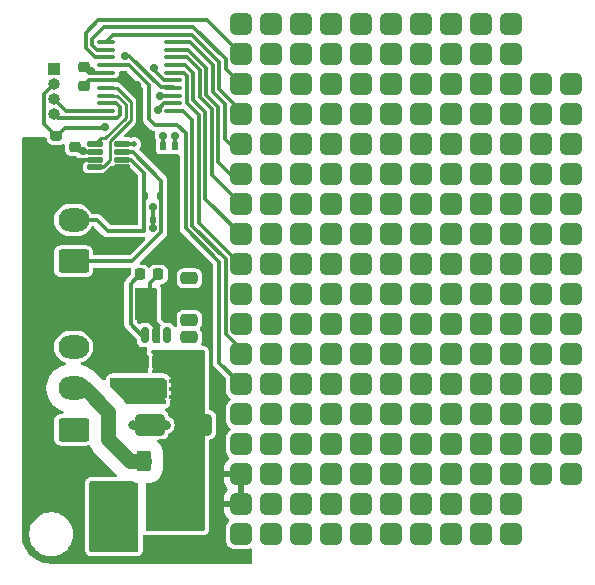
<source format=gbr>
%TF.GenerationSoftware,KiCad,Pcbnew,8.0.3*%
%TF.CreationDate,2024-06-13T00:49:58+02:00*%
%TF.ProjectId,can-proto,63616e2d-7072-46f7-946f-2e6b69636164,1*%
%TF.SameCoordinates,Original*%
%TF.FileFunction,Copper,L1,Top*%
%TF.FilePolarity,Positive*%
%FSLAX46Y46*%
G04 Gerber Fmt 4.6, Leading zero omitted, Abs format (unit mm)*
G04 Created by KiCad (PCBNEW 8.0.3) date 2024-06-13 00:49:58*
%MOMM*%
%LPD*%
G01*
G04 APERTURE LIST*
G04 Aperture macros list*
%AMRoundRect*
0 Rectangle with rounded corners*
0 $1 Rounding radius*
0 $2 $3 $4 $5 $6 $7 $8 $9 X,Y pos of 4 corners*
0 Add a 4 corners polygon primitive as box body*
4,1,4,$2,$3,$4,$5,$6,$7,$8,$9,$2,$3,0*
0 Add four circle primitives for the rounded corners*
1,1,$1+$1,$2,$3*
1,1,$1+$1,$4,$5*
1,1,$1+$1,$6,$7*
1,1,$1+$1,$8,$9*
0 Add four rect primitives between the rounded corners*
20,1,$1+$1,$2,$3,$4,$5,0*
20,1,$1+$1,$4,$5,$6,$7,0*
20,1,$1+$1,$6,$7,$8,$9,0*
20,1,$1+$1,$8,$9,$2,$3,0*%
G04 Aperture macros list end*
%TA.AperFunction,ComponentPad*%
%ADD10RoundRect,0.360000X-0.540000X-0.540000X0.540000X-0.540000X0.540000X0.540000X-0.540000X0.540000X0*%
%TD*%
%TA.AperFunction,SMDPad,CuDef*%
%ADD11RoundRect,0.200000X0.275000X-0.200000X0.275000X0.200000X-0.275000X0.200000X-0.275000X-0.200000X0*%
%TD*%
%TA.AperFunction,SMDPad,CuDef*%
%ADD12RoundRect,0.250000X-0.475000X0.250000X-0.475000X-0.250000X0.475000X-0.250000X0.475000X0.250000X0*%
%TD*%
%TA.AperFunction,SMDPad,CuDef*%
%ADD13RoundRect,0.250000X1.500000X0.550000X-1.500000X0.550000X-1.500000X-0.550000X1.500000X-0.550000X0*%
%TD*%
%TA.AperFunction,SMDPad,CuDef*%
%ADD14R,0.500000X0.800000*%
%TD*%
%TA.AperFunction,SMDPad,CuDef*%
%ADD15RoundRect,0.225000X-0.250000X0.225000X-0.250000X-0.225000X0.250000X-0.225000X0.250000X0.225000X0*%
%TD*%
%TA.AperFunction,SMDPad,CuDef*%
%ADD16RoundRect,0.225000X-0.225000X-0.250000X0.225000X-0.250000X0.225000X0.250000X-0.225000X0.250000X0*%
%TD*%
%TA.AperFunction,ComponentPad*%
%ADD17RoundRect,0.250000X1.050000X-0.750000X1.050000X0.750000X-1.050000X0.750000X-1.050000X-0.750000X0*%
%TD*%
%TA.AperFunction,ComponentPad*%
%ADD18O,2.600000X2.000000*%
%TD*%
%TA.AperFunction,SMDPad,CuDef*%
%ADD19RoundRect,0.250000X-0.375000X-0.625000X0.375000X-0.625000X0.375000X0.625000X-0.375000X0.625000X0*%
%TD*%
%TA.AperFunction,SMDPad,CuDef*%
%ADD20RoundRect,0.250000X0.475000X-0.250000X0.475000X0.250000X-0.475000X0.250000X-0.475000X-0.250000X0*%
%TD*%
%TA.AperFunction,SMDPad,CuDef*%
%ADD21RoundRect,0.093750X-0.093750X-0.106250X0.093750X-0.106250X0.093750X0.106250X-0.093750X0.106250X0*%
%TD*%
%TA.AperFunction,HeatsinkPad*%
%ADD22R,1.000000X1.600000*%
%TD*%
%TA.AperFunction,SMDPad,CuDef*%
%ADD23RoundRect,0.150000X0.150000X-0.512500X0.150000X0.512500X-0.150000X0.512500X-0.150000X-0.512500X0*%
%TD*%
%TA.AperFunction,ComponentPad*%
%ADD24R,1.000000X1.000000*%
%TD*%
%TA.AperFunction,ComponentPad*%
%ADD25O,1.000000X1.000000*%
%TD*%
%TA.AperFunction,SMDPad,CuDef*%
%ADD26RoundRect,0.100000X0.637500X0.100000X-0.637500X0.100000X-0.637500X-0.100000X0.637500X-0.100000X0*%
%TD*%
%TA.AperFunction,SMDPad,CuDef*%
%ADD27R,1.000000X2.700000*%
%TD*%
%TA.AperFunction,SMDPad,CuDef*%
%ADD28RoundRect,0.112500X0.112500X0.237500X-0.112500X0.237500X-0.112500X-0.237500X0.112500X-0.237500X0*%
%TD*%
%TA.AperFunction,SMDPad,CuDef*%
%ADD29RoundRect,0.125000X-0.537500X-0.125000X0.537500X-0.125000X0.537500X0.125000X-0.537500X0.125000X0*%
%TD*%
%TA.AperFunction,SMDPad,CuDef*%
%ADD30RoundRect,0.250000X1.000000X0.650000X-1.000000X0.650000X-1.000000X-0.650000X1.000000X-0.650000X0*%
%TD*%
%TA.AperFunction,ViaPad*%
%ADD31C,0.700000*%
%TD*%
%TA.AperFunction,ViaPad*%
%ADD32C,1.000000*%
%TD*%
%TA.AperFunction,ViaPad*%
%ADD33C,0.500000*%
%TD*%
%TA.AperFunction,ViaPad*%
%ADD34C,0.800000*%
%TD*%
%TA.AperFunction,Conductor*%
%ADD35C,0.350000*%
%TD*%
%TA.AperFunction,Conductor*%
%ADD36C,0.250000*%
%TD*%
%TA.AperFunction,Conductor*%
%ADD37C,0.750000*%
%TD*%
%TA.AperFunction,Conductor*%
%ADD38C,1.250000*%
%TD*%
G04 APERTURE END LIST*
D10*
%TO.P,TP28,1,1*%
%TO.N,unconnected-(TP28-Pad1)*%
X146840000Y-68900000D03*
%TD*%
%TO.P,TP102,1,1*%
%TO.N,unconnected-(TP102-Pad1)*%
X151920000Y-84140000D03*
%TD*%
%TO.P,TP121,1,1*%
%TO.N,unconnected-(TP121-Pad1)*%
X139220000Y-89220000D03*
%TD*%
%TO.P,TP113,1,1*%
%TO.N,unconnected-(TP113-Pad1)*%
X149380000Y-86680000D03*
%TD*%
%TO.P,TP160,1,1*%
%TO.N,unconnected-(TP160-Pad1)*%
X146840000Y-96840000D03*
%TD*%
%TO.P,TP139,1,1*%
%TO.N,unconnected-(TP139-Pad1)*%
X154460000Y-91760000D03*
%TD*%
%TO.P,TP166,1,1*%
%TO.N,unconnected-(TP166-Pad1)*%
X131600000Y-99380000D03*
%TD*%
%TO.P,TP45,1,1*%
%TO.N,/PA4*%
X129060000Y-73980000D03*
%TD*%
%TO.P,TP23,1,1*%
%TO.N,unconnected-(TP23-Pad1)*%
X134140000Y-68900000D03*
%TD*%
%TO.P,TP193,1,1*%
%TO.N,unconnected-(TP193-Pad1)*%
X139220000Y-104460000D03*
%TD*%
%TO.P,TP135,1,1*%
%TO.N,unconnected-(TP135-Pad1)*%
X144300000Y-91760000D03*
%TD*%
%TO.P,TP119,1,1*%
%TO.N,unconnected-(TP119-Pad1)*%
X134140000Y-89220000D03*
%TD*%
%TO.P,TP131,1,1*%
%TO.N,unconnected-(TP131-Pad1)*%
X134140000Y-91760000D03*
%TD*%
%TO.P,TP59,1,1*%
%TO.N,unconnected-(TP59-Pad1)*%
X134140000Y-76520000D03*
%TD*%
%TO.P,TP12,1,1*%
%TO.N,unconnected-(TP12-Pad1)*%
X131600000Y-66360000D03*
%TD*%
%TO.P,TP3,1,1*%
%TO.N,unconnected-(TP3-Pad1)*%
X134140000Y-63820000D03*
%TD*%
%TO.P,TP73,1,1*%
%TO.N,unconnected-(TP73-Pad1)*%
X139220000Y-79060000D03*
%TD*%
%TO.P,TP180,1,1*%
%TO.N,unconnected-(TP180-Pad1)*%
X136680000Y-101920000D03*
%TD*%
D11*
%TO.P,R1,1*%
%TO.N,VDD*%
X113450000Y-74975000D03*
%TO.P,R1,2*%
%TO.N,/~{RST}*%
X113450000Y-73325000D03*
%TD*%
D10*
%TO.P,TP55,1,1*%
%TO.N,unconnected-(TP55-Pad1)*%
X154460000Y-73980000D03*
%TD*%
%TO.P,TP107,1,1*%
%TO.N,unconnected-(TP107-Pad1)*%
X134140000Y-86680000D03*
%TD*%
%TO.P,TP6,1,1*%
%TO.N,unconnected-(TP6-Pad1)*%
X141760000Y-63820000D03*
%TD*%
%TO.P,TP154,1,1*%
%TO.N,unconnected-(TP154-Pad1)*%
X131600000Y-96840000D03*
%TD*%
%TO.P,TP42,1,1*%
%TO.N,unconnected-(TP42-Pad1)*%
X151920000Y-71440000D03*
%TD*%
%TO.P,TP4,1,1*%
%TO.N,unconnected-(TP4-Pad1)*%
X136680000Y-63820000D03*
%TD*%
%TO.P,TP82,1,1*%
%TO.N,unconnected-(TP82-Pad1)*%
X131600000Y-81600000D03*
%TD*%
%TO.P,TP79,1,1*%
%TO.N,unconnected-(TP79-Pad1)*%
X154460000Y-79060000D03*
%TD*%
%TO.P,TP10,1,1*%
%TO.N,unconnected-(TP10-Pad1)*%
X151920000Y-63820000D03*
%TD*%
%TO.P,TP208,1,1*%
%TO.N,unconnected-(TP208-Pad1)*%
X151920000Y-107000000D03*
%TD*%
%TO.P,TP56,1,1*%
%TO.N,unconnected-(TP56-Pad1)*%
X157000000Y-73980000D03*
%TD*%
%TO.P,TP182,1,1*%
%TO.N,unconnected-(TP182-Pad1)*%
X141760000Y-101920000D03*
%TD*%
%TO.P,TP167,1,1*%
%TO.N,unconnected-(TP167-Pad1)*%
X134140000Y-99380000D03*
%TD*%
%TO.P,TP101,1,1*%
%TO.N,unconnected-(TP101-Pad1)*%
X149380000Y-84140000D03*
%TD*%
%TO.P,TP36,1,1*%
%TO.N,unconnected-(TP36-Pad1)*%
X136680000Y-71440000D03*
%TD*%
%TO.P,TP70,1,1*%
%TO.N,unconnected-(TP70-Pad1)*%
X131600000Y-79060000D03*
%TD*%
%TO.P,TP57,1,1*%
%TO.N,/PA3*%
X129060000Y-76520000D03*
%TD*%
%TO.P,TP48,1,1*%
%TO.N,unconnected-(TP48-Pad1)*%
X136680000Y-73980000D03*
%TD*%
%TO.P,TP26,1,1*%
%TO.N,unconnected-(TP26-Pad1)*%
X141760000Y-68900000D03*
%TD*%
%TO.P,TP99,1,1*%
%TO.N,unconnected-(TP99-Pad1)*%
X144300000Y-84140000D03*
%TD*%
%TO.P,TP72,1,1*%
%TO.N,unconnected-(TP72-Pad1)*%
X136680000Y-79060000D03*
%TD*%
%TO.P,TP138,1,1*%
%TO.N,unconnected-(TP138-Pad1)*%
X151920000Y-91760000D03*
%TD*%
%TO.P,TP1,1,1*%
%TO.N,GND*%
X129060000Y-63820000D03*
%TD*%
%TO.P,TP69,1,1*%
%TO.N,/PA2*%
X129060000Y-79060000D03*
%TD*%
%TO.P,TP71,1,1*%
%TO.N,unconnected-(TP71-Pad1)*%
X134140000Y-79060000D03*
%TD*%
%TO.P,TP137,1,1*%
%TO.N,unconnected-(TP137-Pad1)*%
X149380000Y-91760000D03*
%TD*%
%TO.P,TP123,1,1*%
%TO.N,unconnected-(TP123-Pad1)*%
X144300000Y-89220000D03*
%TD*%
%TO.P,TP58,1,1*%
%TO.N,unconnected-(TP58-Pad1)*%
X131600000Y-76520000D03*
%TD*%
%TO.P,TP186,1,1*%
%TO.N,unconnected-(TP186-Pad1)*%
X151920000Y-101920000D03*
%TD*%
%TO.P,TP130,1,1*%
%TO.N,unconnected-(TP130-Pad1)*%
X131600000Y-91760000D03*
%TD*%
%TO.P,TP87,1,1*%
%TO.N,unconnected-(TP87-Pad1)*%
X144300000Y-81600000D03*
%TD*%
%TO.P,TP192,1,1*%
%TO.N,unconnected-(TP192-Pad1)*%
X136680000Y-104460000D03*
%TD*%
%TO.P,TP37,1,1*%
%TO.N,unconnected-(TP37-Pad1)*%
X139220000Y-71440000D03*
%TD*%
%TO.P,TP91,1,1*%
%TO.N,unconnected-(TP91-Pad1)*%
X154460000Y-81600000D03*
%TD*%
%TO.P,TP9,1,1*%
%TO.N,unconnected-(TP9-Pad1)*%
X149380000Y-63820000D03*
%TD*%
%TO.P,TP32,1,1*%
%TO.N,unconnected-(TP32-Pad1)*%
X157000000Y-68900000D03*
%TD*%
%TO.P,TP44,1,1*%
%TO.N,unconnected-(TP44-Pad1)*%
X157000000Y-71440000D03*
%TD*%
%TO.P,TP7,1,1*%
%TO.N,unconnected-(TP7-Pad1)*%
X144300000Y-63820000D03*
%TD*%
%TO.P,TP142,1,1*%
%TO.N,unconnected-(TP142-Pad1)*%
X131600000Y-94300000D03*
%TD*%
%TO.P,TP176,1,1*%
%TO.N,unconnected-(TP176-Pad1)*%
X157000000Y-99380000D03*
%TD*%
%TO.P,TP199,1,1*%
%TO.N,GND*%
X129060000Y-107000000D03*
%TD*%
%TO.P,TP153,1,1*%
%TO.N,GND*%
X129060000Y-96840000D03*
%TD*%
%TO.P,TP21,1,1*%
%TO.N,/PA6*%
X129060000Y-68900000D03*
%TD*%
%TO.P,TP179,1,1*%
%TO.N,unconnected-(TP179-Pad1)*%
X134140000Y-101920000D03*
%TD*%
%TO.P,TP183,1,1*%
%TO.N,unconnected-(TP183-Pad1)*%
X144300000Y-101920000D03*
%TD*%
%TO.P,TP76,1,1*%
%TO.N,unconnected-(TP76-Pad1)*%
X146840000Y-79060000D03*
%TD*%
%TO.P,TP110,1,1*%
%TO.N,unconnected-(TP110-Pad1)*%
X141760000Y-86680000D03*
%TD*%
D12*
%TO.P,C6,1*%
%TO.N,GND*%
X124700000Y-90350000D03*
%TO.P,C6,2*%
%TO.N,VIN_Fused*%
X124700000Y-92250000D03*
%TD*%
D10*
%TO.P,TP118,1,1*%
%TO.N,unconnected-(TP118-Pad1)*%
X131600000Y-89220000D03*
%TD*%
%TO.P,TP158,1,1*%
%TO.N,unconnected-(TP158-Pad1)*%
X141760000Y-96840000D03*
%TD*%
%TO.P,TP207,1,1*%
%TO.N,unconnected-(TP207-Pad1)*%
X149380000Y-107000000D03*
%TD*%
%TO.P,TP15,1,1*%
%TO.N,unconnected-(TP15-Pad1)*%
X139220000Y-66360000D03*
%TD*%
%TO.P,TP126,1,1*%
%TO.N,unconnected-(TP126-Pad1)*%
X151920000Y-89220000D03*
%TD*%
%TO.P,TP155,1,1*%
%TO.N,unconnected-(TP155-Pad1)*%
X134140000Y-96840000D03*
%TD*%
%TO.P,TP185,1,1*%
%TO.N,unconnected-(TP185-Pad1)*%
X149380000Y-101920000D03*
%TD*%
%TO.P,TP108,1,1*%
%TO.N,unconnected-(TP108-Pad1)*%
X136680000Y-86680000D03*
%TD*%
%TO.P,TP189,1,1*%
%TO.N,VDD*%
X129060000Y-104460000D03*
%TD*%
%TO.P,TP146,1,1*%
%TO.N,unconnected-(TP146-Pad1)*%
X141760000Y-94300000D03*
%TD*%
%TO.P,TP112,1,1*%
%TO.N,unconnected-(TP112-Pad1)*%
X146840000Y-86680000D03*
%TD*%
%TO.P,TP116,1,1*%
%TO.N,unconnected-(TP116-Pad1)*%
X157000000Y-86680000D03*
%TD*%
%TO.P,TP114,1,1*%
%TO.N,unconnected-(TP114-Pad1)*%
X151920000Y-86680000D03*
%TD*%
%TO.P,TP197,1,1*%
%TO.N,unconnected-(TP197-Pad1)*%
X149380000Y-104460000D03*
%TD*%
%TO.P,TP2,1,1*%
%TO.N,unconnected-(TP2-Pad1)*%
X131600000Y-63820000D03*
%TD*%
D13*
%TO.P,C7,1*%
%TO.N,VIN_Fused*%
X123750000Y-105608000D03*
%TO.P,C7,2*%
%TO.N,GND*%
X118350000Y-105608000D03*
%TD*%
D10*
%TO.P,TP163,1,1*%
%TO.N,unconnected-(TP163-Pad1)*%
X154460000Y-96840000D03*
%TD*%
%TO.P,TP191,1,1*%
%TO.N,unconnected-(TP191-Pad1)*%
X134140000Y-104460000D03*
%TD*%
%TO.P,TP177,1,1*%
%TO.N,VDD*%
X129060000Y-101920000D03*
%TD*%
D14*
%TO.P,RN1,1,R1.1*%
%TO.N,/SDA*%
X123500000Y-74100000D03*
%TO.P,RN1,2,R2.1*%
%TO.N,/SCL*%
X122500000Y-74100000D03*
%TO.P,RN1,3,R2.2*%
%TO.N,VDD*%
X122500000Y-75900000D03*
%TO.P,RN1,4,R1.2*%
X123500000Y-75900000D03*
%TD*%
D10*
%TO.P,TP156,1,1*%
%TO.N,unconnected-(TP156-Pad1)*%
X136680000Y-96840000D03*
%TD*%
%TO.P,TP173,1,1*%
%TO.N,unconnected-(TP173-Pad1)*%
X149380000Y-99380000D03*
%TD*%
%TO.P,TP14,1,1*%
%TO.N,unconnected-(TP14-Pad1)*%
X136680000Y-66360000D03*
%TD*%
%TO.P,TP11,1,1*%
%TO.N,/PA7*%
X129060000Y-66360000D03*
%TD*%
D15*
%TO.P,C2,1*%
%TO.N,GND*%
X115000000Y-74200000D03*
%TO.P,C2,2*%
%TO.N,VDD*%
X115000000Y-75750000D03*
%TD*%
D16*
%TO.P,C4,1*%
%TO.N,/BST*%
X120525000Y-85000000D03*
%TO.P,C4,2*%
%TO.N,/SW*%
X122075000Y-85000000D03*
%TD*%
D10*
%TO.P,TP50,1,1*%
%TO.N,unconnected-(TP50-Pad1)*%
X141760000Y-73980000D03*
%TD*%
%TO.P,TP96,1,1*%
%TO.N,unconnected-(TP96-Pad1)*%
X136680000Y-84140000D03*
%TD*%
%TO.P,TP94,1,1*%
%TO.N,unconnected-(TP94-Pad1)*%
X131600000Y-84140000D03*
%TD*%
%TO.P,TP19,1,1*%
%TO.N,unconnected-(TP19-Pad1)*%
X149380000Y-66360000D03*
%TD*%
%TO.P,TP98,1,1*%
%TO.N,unconnected-(TP98-Pad1)*%
X141760000Y-84140000D03*
%TD*%
%TO.P,TP105,1,1*%
%TO.N,/SCL*%
X129060000Y-86680000D03*
%TD*%
%TO.P,TP111,1,1*%
%TO.N,unconnected-(TP111-Pad1)*%
X144300000Y-86680000D03*
%TD*%
%TO.P,TP143,1,1*%
%TO.N,unconnected-(TP143-Pad1)*%
X134140000Y-94300000D03*
%TD*%
%TO.P,TP198,1,1*%
%TO.N,unconnected-(TP198-Pad1)*%
X151920000Y-104460000D03*
%TD*%
%TO.P,TP190,1,1*%
%TO.N,unconnected-(TP190-Pad1)*%
X131600000Y-104460000D03*
%TD*%
%TO.P,TP145,1,1*%
%TO.N,unconnected-(TP145-Pad1)*%
X139220000Y-94300000D03*
%TD*%
%TO.P,TP49,1,1*%
%TO.N,unconnected-(TP49-Pad1)*%
X139220000Y-73980000D03*
%TD*%
%TO.P,TP51,1,1*%
%TO.N,unconnected-(TP51-Pad1)*%
X144300000Y-73980000D03*
%TD*%
D17*
%TO.P,J3,1,Pin_1*%
%TO.N,GND*%
X114900000Y-98150000D03*
D18*
%TO.P,J3,2,Pin_2*%
%TO.N,/VIN*%
X114900000Y-94650000D03*
%TO.P,J3,3,Pin_3*%
%TO.N,GND*%
X114900000Y-91150000D03*
%TD*%
D10*
%TO.P,TP128,1,1*%
%TO.N,unconnected-(TP128-Pad1)*%
X157000000Y-89220000D03*
%TD*%
%TO.P,TP16,1,1*%
%TO.N,unconnected-(TP16-Pad1)*%
X141760000Y-66360000D03*
%TD*%
%TO.P,TP133,1,1*%
%TO.N,unconnected-(TP133-Pad1)*%
X139220000Y-91760000D03*
%TD*%
%TO.P,TP93,1,1*%
%TO.N,/PA0*%
X129060000Y-84140000D03*
%TD*%
%TO.P,TP35,1,1*%
%TO.N,unconnected-(TP35-Pad1)*%
X134140000Y-71440000D03*
%TD*%
%TO.P,TP106,1,1*%
%TO.N,unconnected-(TP106-Pad1)*%
X131600000Y-86680000D03*
%TD*%
%TO.P,TP169,1,1*%
%TO.N,unconnected-(TP169-Pad1)*%
X139220000Y-99380000D03*
%TD*%
%TO.P,TP88,1,1*%
%TO.N,unconnected-(TP88-Pad1)*%
X146840000Y-81600000D03*
%TD*%
%TO.P,TP41,1,1*%
%TO.N,unconnected-(TP41-Pad1)*%
X149380000Y-71440000D03*
%TD*%
%TO.P,TP30,1,1*%
%TO.N,unconnected-(TP30-Pad1)*%
X151920000Y-68900000D03*
%TD*%
%TO.P,TP206,1,1*%
%TO.N,unconnected-(TP206-Pad1)*%
X146840000Y-107000000D03*
%TD*%
%TO.P,TP201,1,1*%
%TO.N,unconnected-(TP201-Pad1)*%
X134140000Y-107000000D03*
%TD*%
%TO.P,TP81,1,1*%
%TO.N,/PA1*%
X129060000Y-81600000D03*
%TD*%
%TO.P,TP115,1,1*%
%TO.N,unconnected-(TP115-Pad1)*%
X154460000Y-86680000D03*
%TD*%
%TO.P,TP5,1,1*%
%TO.N,unconnected-(TP5-Pad1)*%
X139220000Y-63820000D03*
%TD*%
%TO.P,TP175,1,1*%
%TO.N,unconnected-(TP175-Pad1)*%
X154460000Y-99380000D03*
%TD*%
%TO.P,TP67,1,1*%
%TO.N,unconnected-(TP67-Pad1)*%
X154460000Y-76520000D03*
%TD*%
%TO.P,TP151,1,1*%
%TO.N,unconnected-(TP151-Pad1)*%
X154460000Y-94300000D03*
%TD*%
%TO.P,TP24,1,1*%
%TO.N,unconnected-(TP24-Pad1)*%
X136680000Y-68900000D03*
%TD*%
%TO.P,TP22,1,1*%
%TO.N,unconnected-(TP22-Pad1)*%
X131600000Y-68900000D03*
%TD*%
%TO.P,TP178,1,1*%
%TO.N,unconnected-(TP178-Pad1)*%
X131600000Y-101920000D03*
%TD*%
%TO.P,TP92,1,1*%
%TO.N,unconnected-(TP92-Pad1)*%
X157000000Y-81600000D03*
%TD*%
D19*
%TO.P,F1,1*%
%TO.N,/VIN*%
X120850000Y-100777000D03*
%TO.P,F1,2*%
%TO.N,VIN_Fused*%
X123650000Y-100777000D03*
%TD*%
D10*
%TO.P,TP132,1,1*%
%TO.N,unconnected-(TP132-Pad1)*%
X136680000Y-91760000D03*
%TD*%
%TO.P,TP66,1,1*%
%TO.N,unconnected-(TP66-Pad1)*%
X151920000Y-76520000D03*
%TD*%
%TO.P,TP122,1,1*%
%TO.N,unconnected-(TP122-Pad1)*%
X141760000Y-89220000D03*
%TD*%
%TO.P,TP140,1,1*%
%TO.N,unconnected-(TP140-Pad1)*%
X157000000Y-91760000D03*
%TD*%
%TO.P,TP38,1,1*%
%TO.N,unconnected-(TP38-Pad1)*%
X141760000Y-71440000D03*
%TD*%
%TO.P,TP84,1,1*%
%TO.N,unconnected-(TP84-Pad1)*%
X136680000Y-81600000D03*
%TD*%
%TO.P,TP85,1,1*%
%TO.N,unconnected-(TP85-Pad1)*%
X139220000Y-81600000D03*
%TD*%
%TO.P,TP127,1,1*%
%TO.N,unconnected-(TP127-Pad1)*%
X154460000Y-89220000D03*
%TD*%
%TO.P,TP204,1,1*%
%TO.N,unconnected-(TP204-Pad1)*%
X141760000Y-107000000D03*
%TD*%
%TO.P,TP195,1,1*%
%TO.N,unconnected-(TP195-Pad1)*%
X144300000Y-104460000D03*
%TD*%
%TO.P,TP17,1,1*%
%TO.N,unconnected-(TP17-Pad1)*%
X144300000Y-66360000D03*
%TD*%
%TO.P,TP144,1,1*%
%TO.N,unconnected-(TP144-Pad1)*%
X136680000Y-94300000D03*
%TD*%
%TO.P,TP149,1,1*%
%TO.N,unconnected-(TP149-Pad1)*%
X149380000Y-94300000D03*
%TD*%
%TO.P,TP46,1,1*%
%TO.N,unconnected-(TP46-Pad1)*%
X131600000Y-73980000D03*
%TD*%
%TO.P,TP47,1,1*%
%TO.N,unconnected-(TP47-Pad1)*%
X134140000Y-73980000D03*
%TD*%
%TO.P,TP150,1,1*%
%TO.N,unconnected-(TP150-Pad1)*%
X151920000Y-94300000D03*
%TD*%
%TO.P,TP97,1,1*%
%TO.N,unconnected-(TP97-Pad1)*%
X139220000Y-84140000D03*
%TD*%
%TO.P,TP159,1,1*%
%TO.N,unconnected-(TP159-Pad1)*%
X144300000Y-96840000D03*
%TD*%
%TO.P,TP74,1,1*%
%TO.N,unconnected-(TP74-Pad1)*%
X141760000Y-79060000D03*
%TD*%
%TO.P,TP90,1,1*%
%TO.N,unconnected-(TP90-Pad1)*%
X151920000Y-81600000D03*
%TD*%
%TO.P,TP62,1,1*%
%TO.N,unconnected-(TP62-Pad1)*%
X141760000Y-76520000D03*
%TD*%
%TO.P,TP78,1,1*%
%TO.N,unconnected-(TP78-Pad1)*%
X151920000Y-79060000D03*
%TD*%
%TO.P,TP40,1,1*%
%TO.N,unconnected-(TP40-Pad1)*%
X146840000Y-71440000D03*
%TD*%
%TO.P,TP13,1,1*%
%TO.N,unconnected-(TP13-Pad1)*%
X134140000Y-66360000D03*
%TD*%
%TO.P,TP18,1,1*%
%TO.N,unconnected-(TP18-Pad1)*%
X146840000Y-66360000D03*
%TD*%
D20*
%TO.P,C5,1*%
%TO.N,GND*%
X124700000Y-88850000D03*
%TO.P,C5,2*%
%TO.N,VDD*%
X124700000Y-86950000D03*
%TD*%
D10*
%TO.P,TP43,1,1*%
%TO.N,unconnected-(TP43-Pad1)*%
X154460000Y-71440000D03*
%TD*%
%TO.P,TP29,1,1*%
%TO.N,unconnected-(TP29-Pad1)*%
X149380000Y-68900000D03*
%TD*%
D21*
%TO.P,U4,1,GND*%
%TO.N,GND*%
X121412500Y-94050000D03*
%TO.P,U4,2,GND*%
X121412500Y-94700000D03*
%TO.P,U4,3,GND*%
X121412500Y-95350000D03*
%TO.P,U4,4,IN*%
%TO.N,VIN_Fused*%
X123187500Y-95350000D03*
%TO.P,U4,5,IN*%
X123187500Y-94700000D03*
%TO.P,U4,6,IN*%
X123187500Y-94050000D03*
D22*
%TO.P,U4,7,GND*%
%TO.N,GND*%
X122300000Y-94700000D03*
%TD*%
D10*
%TO.P,TP95,1,1*%
%TO.N,unconnected-(TP95-Pad1)*%
X134140000Y-84140000D03*
%TD*%
%TO.P,TP75,1,1*%
%TO.N,unconnected-(TP75-Pad1)*%
X144300000Y-79060000D03*
%TD*%
%TO.P,TP202,1,1*%
%TO.N,unconnected-(TP202-Pad1)*%
X136680000Y-107000000D03*
%TD*%
%TO.P,TP27,1,1*%
%TO.N,unconnected-(TP27-Pad1)*%
X144300000Y-68900000D03*
%TD*%
%TO.P,TP53,1,1*%
%TO.N,unconnected-(TP53-Pad1)*%
X149380000Y-73980000D03*
%TD*%
%TO.P,TP152,1,1*%
%TO.N,unconnected-(TP152-Pad1)*%
X157000000Y-94300000D03*
%TD*%
%TO.P,TP161,1,1*%
%TO.N,unconnected-(TP161-Pad1)*%
X149380000Y-96840000D03*
%TD*%
%TO.P,TP184,1,1*%
%TO.N,unconnected-(TP184-Pad1)*%
X146840000Y-101920000D03*
%TD*%
D23*
%TO.P,U3,1,FB*%
%TO.N,VDD*%
X120950000Y-92437500D03*
%TO.P,U3,2,EN*%
%TO.N,VIN_Fused*%
X121900000Y-92437500D03*
%TO.P,U3,3,IN*%
X122850000Y-92437500D03*
%TO.P,U3,4,GND*%
%TO.N,GND*%
X122850000Y-90162500D03*
%TO.P,U3,5,SW*%
%TO.N,/SW*%
X121900000Y-90162500D03*
%TO.P,U3,6,BST*%
%TO.N,/BST*%
X120950000Y-90162500D03*
%TD*%
D10*
%TO.P,TP141,1,1*%
%TO.N,/PB1*%
X129060000Y-94300000D03*
%TD*%
D20*
%TO.P,C3,1*%
%TO.N,GND*%
X124700000Y-85350000D03*
%TO.P,C3,2*%
%TO.N,VDD*%
X124700000Y-83450000D03*
%TD*%
D10*
%TO.P,TP147,1,1*%
%TO.N,unconnected-(TP147-Pad1)*%
X144300000Y-94300000D03*
%TD*%
D24*
%TO.P,J1,1,Pin_1*%
%TO.N,GND*%
X113250000Y-67600000D03*
D25*
%TO.P,J1,2,Pin_2*%
%TO.N,/~{RST}*%
X113250000Y-68870000D03*
%TO.P,J1,3,Pin_3*%
%TO.N,/SWCLK*%
X113250000Y-70140000D03*
%TO.P,J1,4,Pin_4*%
%TO.N,/SWDIO*%
X113250000Y-71410000D03*
%TD*%
D17*
%TO.P,J2,1,Pin_1*%
%TO.N,/CAN+*%
X114900000Y-83900000D03*
D18*
%TO.P,J2,2,Pin_2*%
%TO.N,/CAN-*%
X114900000Y-80400000D03*
%TD*%
D10*
%TO.P,TP187,1,1*%
%TO.N,unconnected-(TP187-Pad1)*%
X154460000Y-101920000D03*
%TD*%
D26*
%TO.P,U1,1,PB8*%
%TO.N,/PB8*%
X123362500Y-71175000D03*
%TO.P,U1,2,PF0*%
%TO.N,/SDA*%
X123362500Y-70525000D03*
%TO.P,U1,3,PF1*%
%TO.N,/SCL*%
X123362500Y-69875000D03*
%TO.P,U1,4,NRST*%
%TO.N,/~{RST}*%
X123362500Y-69225000D03*
%TO.P,U1,5,VDDA*%
%TO.N,VDD*%
X123362500Y-68575000D03*
%TO.P,U1,6,PA0*%
%TO.N,/PA0*%
X123362500Y-67925000D03*
%TO.P,U1,7,PA1*%
%TO.N,/PA1*%
X123362500Y-67275000D03*
%TO.P,U1,8,PA2*%
%TO.N,/PA2*%
X123362500Y-66625000D03*
%TO.P,U1,9,PA3*%
%TO.N,/PA3*%
X123362500Y-65975000D03*
%TO.P,U1,10,PA4*%
%TO.N,/PA4*%
X123362500Y-65325000D03*
%TO.P,U1,11,PA5*%
%TO.N,/PA5*%
X117637500Y-65325000D03*
%TO.P,U1,12,PA6*%
%TO.N,/PA6*%
X117637500Y-65975000D03*
%TO.P,U1,13,PA7*%
%TO.N,/PA7*%
X117637500Y-66625000D03*
%TO.P,U1,14,PB1*%
%TO.N,/PB1*%
X117637500Y-67275000D03*
%TO.P,U1,15,VSSA*%
%TO.N,GND*%
X117637500Y-67925000D03*
%TO.P,U1,16,VDD*%
%TO.N,VDD*%
X117637500Y-68575000D03*
%TO.P,U1,17,PA9/PA11*%
%TO.N,/CAN_RX*%
X117637500Y-69225000D03*
%TO.P,U1,18,PA10/PA12*%
%TO.N,/CAN_TX*%
X117637500Y-69875000D03*
%TO.P,U1,19,PA13*%
%TO.N,/SWDIO*%
X117637500Y-70525000D03*
%TO.P,U1,20,PA14*%
%TO.N,/SWCLK*%
X117637500Y-71175000D03*
%TD*%
D10*
%TO.P,TP196,1,1*%
%TO.N,unconnected-(TP196-Pad1)*%
X146840000Y-104460000D03*
%TD*%
%TO.P,TP129,1,1*%
%TO.N,/PB8*%
X129060000Y-91760000D03*
%TD*%
%TO.P,TP109,1,1*%
%TO.N,unconnected-(TP109-Pad1)*%
X139220000Y-86680000D03*
%TD*%
%TO.P,TP120,1,1*%
%TO.N,unconnected-(TP120-Pad1)*%
X136680000Y-89220000D03*
%TD*%
D27*
%TO.P,L1,1,1*%
%TO.N,/SW*%
X120600000Y-87500000D03*
%TO.P,L1,2,2*%
%TO.N,VDD*%
X122800000Y-87500000D03*
%TD*%
D10*
%TO.P,TP31,1,1*%
%TO.N,unconnected-(TP31-Pad1)*%
X154460000Y-68900000D03*
%TD*%
%TO.P,TP77,1,1*%
%TO.N,unconnected-(TP77-Pad1)*%
X149380000Y-79060000D03*
%TD*%
D28*
%TO.P,D1,1,K*%
%TO.N,/CAN+*%
X122250000Y-78400000D03*
%TO.P,D1,2,K*%
%TO.N,/CAN-*%
X120950000Y-78400000D03*
%TO.P,D1,3,A*%
%TO.N,GND*%
X121600000Y-80400000D03*
%TD*%
D10*
%TO.P,TP20,1,1*%
%TO.N,unconnected-(TP20-Pad1)*%
X151920000Y-66360000D03*
%TD*%
%TO.P,TP117,1,1*%
%TO.N,/SDA*%
X129060000Y-89220000D03*
%TD*%
%TO.P,TP89,1,1*%
%TO.N,unconnected-(TP89-Pad1)*%
X149380000Y-81600000D03*
%TD*%
%TO.P,TP33,1,1*%
%TO.N,/PA5*%
X129060000Y-71440000D03*
%TD*%
%TO.P,TP125,1,1*%
%TO.N,unconnected-(TP125-Pad1)*%
X149380000Y-89220000D03*
%TD*%
%TO.P,TP25,1,1*%
%TO.N,unconnected-(TP25-Pad1)*%
X139220000Y-68900000D03*
%TD*%
%TO.P,TP205,1,1*%
%TO.N,unconnected-(TP205-Pad1)*%
X144300000Y-107000000D03*
%TD*%
%TO.P,TP165,1,1*%
%TO.N,GND*%
X129060000Y-99380000D03*
%TD*%
%TO.P,TP83,1,1*%
%TO.N,unconnected-(TP83-Pad1)*%
X134140000Y-81600000D03*
%TD*%
%TO.P,TP64,1,1*%
%TO.N,unconnected-(TP64-Pad1)*%
X146840000Y-76520000D03*
%TD*%
%TO.P,TP188,1,1*%
%TO.N,unconnected-(TP188-Pad1)*%
X157000000Y-101920000D03*
%TD*%
%TO.P,TP134,1,1*%
%TO.N,unconnected-(TP134-Pad1)*%
X141760000Y-91760000D03*
%TD*%
%TO.P,TP34,1,1*%
%TO.N,unconnected-(TP34-Pad1)*%
X131600000Y-71440000D03*
%TD*%
D15*
%TO.P,C1,1*%
%TO.N,GND*%
X115750000Y-67475000D03*
%TO.P,C1,2*%
%TO.N,VDD*%
X115750000Y-69025000D03*
%TD*%
D10*
%TO.P,TP164,1,1*%
%TO.N,unconnected-(TP164-Pad1)*%
X157000000Y-96840000D03*
%TD*%
%TO.P,TP100,1,1*%
%TO.N,unconnected-(TP100-Pad1)*%
X146840000Y-84140000D03*
%TD*%
%TO.P,TP148,1,1*%
%TO.N,unconnected-(TP148-Pad1)*%
X146840000Y-94300000D03*
%TD*%
%TO.P,TP86,1,1*%
%TO.N,unconnected-(TP86-Pad1)*%
X141760000Y-81600000D03*
%TD*%
%TO.P,TP162,1,1*%
%TO.N,unconnected-(TP162-Pad1)*%
X151920000Y-96840000D03*
%TD*%
%TO.P,TP174,1,1*%
%TO.N,unconnected-(TP174-Pad1)*%
X151920000Y-99380000D03*
%TD*%
%TO.P,TP203,1,1*%
%TO.N,unconnected-(TP203-Pad1)*%
X139220000Y-107000000D03*
%TD*%
%TO.P,TP65,1,1*%
%TO.N,unconnected-(TP65-Pad1)*%
X149380000Y-76520000D03*
%TD*%
%TO.P,TP172,1,1*%
%TO.N,unconnected-(TP172-Pad1)*%
X146840000Y-99380000D03*
%TD*%
%TO.P,TP8,1,1*%
%TO.N,unconnected-(TP8-Pad1)*%
X146840000Y-63820000D03*
%TD*%
D29*
%TO.P,U2,1,TXD*%
%TO.N,/CAN_TX*%
X116725000Y-74000000D03*
%TO.P,U2,2,GND*%
%TO.N,GND*%
X116725000Y-74650000D03*
%TO.P,U2,3,VCC*%
%TO.N,VDD*%
X116725000Y-75300000D03*
%TO.P,U2,4,RXD*%
%TO.N,/CAN_RX*%
X116725000Y-75950000D03*
%TO.P,U2,5,SHDN*%
%TO.N,VDD*%
X119000000Y-75950000D03*
%TO.P,U2,6,CANL*%
%TO.N,/CAN-*%
X119000000Y-75300000D03*
%TO.P,U2,7,CANH*%
%TO.N,/CAN+*%
X119000000Y-74650000D03*
%TO.P,U2,8,S*%
%TO.N,GND*%
X119000000Y-74000000D03*
%TD*%
D10*
%TO.P,TP68,1,1*%
%TO.N,unconnected-(TP68-Pad1)*%
X157000000Y-76520000D03*
%TD*%
%TO.P,TP61,1,1*%
%TO.N,unconnected-(TP61-Pad1)*%
X139220000Y-76520000D03*
%TD*%
%TO.P,TP103,1,1*%
%TO.N,unconnected-(TP103-Pad1)*%
X154460000Y-84140000D03*
%TD*%
%TO.P,TP80,1,1*%
%TO.N,unconnected-(TP80-Pad1)*%
X157000000Y-79060000D03*
%TD*%
%TO.P,TP200,1,1*%
%TO.N,unconnected-(TP200-Pad1)*%
X131600000Y-107000000D03*
%TD*%
%TO.P,TP60,1,1*%
%TO.N,unconnected-(TP60-Pad1)*%
X136680000Y-76520000D03*
%TD*%
%TO.P,TP136,1,1*%
%TO.N,unconnected-(TP136-Pad1)*%
X146840000Y-91760000D03*
%TD*%
%TO.P,TP168,1,1*%
%TO.N,unconnected-(TP168-Pad1)*%
X136680000Y-99380000D03*
%TD*%
%TO.P,TP194,1,1*%
%TO.N,unconnected-(TP194-Pad1)*%
X141760000Y-104460000D03*
%TD*%
%TO.P,TP124,1,1*%
%TO.N,unconnected-(TP124-Pad1)*%
X146840000Y-89220000D03*
%TD*%
%TO.P,TP170,1,1*%
%TO.N,unconnected-(TP170-Pad1)*%
X141760000Y-99380000D03*
%TD*%
%TO.P,TP157,1,1*%
%TO.N,unconnected-(TP157-Pad1)*%
X139220000Y-96840000D03*
%TD*%
%TO.P,TP39,1,1*%
%TO.N,unconnected-(TP39-Pad1)*%
X144300000Y-71440000D03*
%TD*%
%TO.P,TP63,1,1*%
%TO.N,unconnected-(TP63-Pad1)*%
X144300000Y-76520000D03*
%TD*%
%TO.P,TP104,1,1*%
%TO.N,unconnected-(TP104-Pad1)*%
X157000000Y-84140000D03*
%TD*%
D30*
%TO.P,D2,1,K*%
%TO.N,VIN_Fused*%
X125345000Y-97729000D03*
%TO.P,D2,2,A*%
%TO.N,GND*%
X121345000Y-97729000D03*
%TD*%
D10*
%TO.P,TP54,1,1*%
%TO.N,unconnected-(TP54-Pad1)*%
X151920000Y-73980000D03*
%TD*%
%TO.P,TP52,1,1*%
%TO.N,unconnected-(TP52-Pad1)*%
X146840000Y-73980000D03*
%TD*%
%TO.P,TP171,1,1*%
%TO.N,unconnected-(TP171-Pad1)*%
X144300000Y-99380000D03*
%TD*%
%TO.P,TP181,1,1*%
%TO.N,unconnected-(TP181-Pad1)*%
X139220000Y-101920000D03*
%TD*%
D31*
%TO.N,VDD*%
X120250000Y-69000000D03*
D32*
X121694002Y-83632000D03*
D31*
X121750000Y-67500000D03*
D32*
X119001600Y-85003600D03*
X119535000Y-82870000D03*
D31*
%TO.N,/~{RST}*%
X117550000Y-72550000D03*
X119250000Y-66500000D03*
%TO.N,/SDA*%
X122075228Y-71049285D03*
X123500000Y-73250000D03*
%TO.N,/SCL*%
X122200006Y-69900000D03*
X122500000Y-73250000D03*
%TO.N,GND*%
X115681464Y-74575000D03*
X124700000Y-85350000D03*
X120500000Y-95250000D03*
X117250000Y-107758000D03*
X119500000Y-107758000D03*
X121600000Y-79300000D03*
X119250000Y-94250000D03*
D33*
X120000000Y-74000000D03*
D31*
X124700000Y-90350000D03*
X120500000Y-94250000D03*
X117250000Y-103258000D03*
X124700000Y-88850000D03*
X116400000Y-67800000D03*
X122850000Y-90162500D03*
X121600000Y-81100000D03*
X119500000Y-103258000D03*
D34*
X119916000Y-97729000D03*
X122710000Y-97729000D03*
%TD*%
D35*
%TO.N,VDD*%
X123362500Y-68575000D02*
X122600478Y-68575000D01*
X121750000Y-67724522D02*
X121750000Y-67500000D01*
X117637500Y-68575000D02*
X118925000Y-68575000D01*
X115000000Y-75750000D02*
X114225000Y-75750000D01*
D36*
X118050000Y-75950000D02*
X117475000Y-76525000D01*
X119000000Y-75950000D02*
X118050000Y-75950000D01*
D35*
X117637500Y-68575000D02*
X116200000Y-68575000D01*
X122600478Y-68575000D02*
X121750000Y-67724522D01*
X119000000Y-68500000D02*
X118925000Y-68575000D01*
X116725000Y-75300000D02*
X115450000Y-75300000D01*
X115450000Y-75300000D02*
X115000000Y-75750000D01*
D36*
X115775000Y-76525000D02*
X115000000Y-75750000D01*
D35*
X116200000Y-68575000D02*
X115750000Y-69025000D01*
X114225000Y-75750000D02*
X113450000Y-74975000D01*
D36*
X117475000Y-76525000D02*
X115775000Y-76525000D01*
D35*
%TO.N,/BST*%
X119725000Y-85800000D02*
X119725000Y-89237499D01*
X119725000Y-89237499D02*
X120650001Y-90162500D01*
X120650001Y-90162500D02*
X120950000Y-90162500D01*
X120525000Y-85000000D02*
X119725000Y-85800000D01*
%TO.N,/SW*%
X121400000Y-85700000D02*
X121400000Y-87300000D01*
X121400000Y-87300000D02*
X121200000Y-87500000D01*
X122075000Y-85025000D02*
X121400000Y-85700000D01*
X122075000Y-85000000D02*
X122075000Y-85025000D01*
X121200000Y-87500000D02*
X120600000Y-87500000D01*
%TO.N,/CAN-*%
X114900000Y-80400000D02*
X115200000Y-80400000D01*
X116850001Y-80400000D02*
X117776707Y-81326706D01*
X119772182Y-75300000D02*
X119000000Y-75300000D01*
X114900000Y-80400000D02*
X116850001Y-80400000D01*
X117776707Y-81326706D02*
X120881200Y-81326706D01*
X120881200Y-81326706D02*
X120881200Y-76409018D01*
X120881200Y-76409018D02*
X119772182Y-75300000D01*
%TO.N,/CAN+*%
X122329000Y-81434852D02*
X122329000Y-77079000D01*
X119900000Y-74650000D02*
X119000000Y-74650000D01*
X114900000Y-83900000D02*
X119863852Y-83900000D01*
X119863852Y-83900000D02*
X122329000Y-81434852D01*
X122329000Y-77079000D02*
X119900000Y-74650000D01*
%TO.N,/SWCLK*%
X114285000Y-71175000D02*
X113250000Y-70140000D01*
X117637500Y-71175000D02*
X114285000Y-71175000D01*
%TO.N,/~{RST}*%
X112375000Y-69745000D02*
X112375000Y-72250000D01*
X123312500Y-69175000D02*
X122298834Y-69175000D01*
X122298834Y-69175000D02*
X119623834Y-66500000D01*
X113450000Y-73325000D02*
X113475000Y-73325000D01*
X113250000Y-68870000D02*
X112375000Y-69745000D01*
X113475000Y-73325000D02*
X114200000Y-72600000D01*
X117500000Y-72600000D02*
X117550000Y-72550000D01*
X112375000Y-72250000D02*
X113450000Y-73325000D01*
X119623834Y-66500000D02*
X119250000Y-66500000D01*
X114200000Y-72600000D02*
X117500000Y-72600000D01*
X123362500Y-69225000D02*
X123312500Y-69175000D01*
%TO.N,/SWDIO*%
X113615000Y-71775000D02*
X113250000Y-71410000D01*
X118579137Y-71775000D02*
X113615000Y-71775000D01*
X118800000Y-70793502D02*
X118800000Y-71554137D01*
X118531498Y-70525000D02*
X118800000Y-70793502D01*
X117637500Y-70525000D02*
X118531498Y-70525000D01*
X118800000Y-71554137D02*
X118579137Y-71775000D01*
D36*
%TO.N,/CAN_TX*%
X116725000Y-74000000D02*
X117226256Y-73498744D01*
X117226256Y-73498744D02*
X117562500Y-73498744D01*
X119300000Y-71761244D02*
X119300000Y-70586396D01*
X117562500Y-73498744D02*
X119300000Y-71761244D01*
X119300000Y-70586396D02*
X118588604Y-69875000D01*
X118588604Y-69875000D02*
X117637500Y-69875000D01*
%TO.N,/CAN_RX*%
X119750000Y-71947640D02*
X119750000Y-70400000D01*
X118012500Y-75324999D02*
X118012500Y-73685140D01*
X119750000Y-70400000D02*
X118575000Y-69225000D01*
X116725000Y-75950000D02*
X117387499Y-75950000D01*
X118012500Y-73685140D02*
X119750000Y-71947640D01*
X117387499Y-75950000D02*
X118012500Y-75324999D01*
X118575000Y-69225000D02*
X117637500Y-69225000D01*
D35*
%TO.N,/SDA*%
X123500000Y-74100000D02*
X123500000Y-73250000D01*
X122599513Y-70525000D02*
X122075228Y-71049285D01*
X123362500Y-70525000D02*
X122599513Y-70525000D01*
%TO.N,/SCL*%
X122500000Y-74100000D02*
X122500000Y-73250000D01*
X122225006Y-69875000D02*
X123362500Y-69875000D01*
X122200006Y-69900000D02*
X122225006Y-69875000D01*
%TO.N,/PA7*%
X126200000Y-63500000D02*
X129060000Y-66360000D01*
X115950000Y-64550000D02*
X117000000Y-63500000D01*
X117000000Y-63500000D02*
X126200000Y-63500000D01*
X117637500Y-66625000D02*
X116747661Y-66625000D01*
X115950000Y-65827339D02*
X115950000Y-64550000D01*
X116747661Y-66625000D02*
X115950000Y-65827339D01*
%TO.N,/PA2*%
X123362500Y-66625000D02*
X124491546Y-66625000D01*
X125585000Y-67718454D02*
X125585000Y-70029364D01*
X126600000Y-71044364D02*
X126600000Y-76600000D01*
X126600000Y-76600000D02*
X129060000Y-79060000D01*
X125585000Y-70029364D02*
X126600000Y-71044364D01*
X124491546Y-66625000D02*
X125585000Y-67718454D01*
%TO.N,/PA4*%
X127700000Y-73519999D02*
X128160001Y-73980000D01*
X126685000Y-69573728D02*
X127700000Y-70588728D01*
X128160001Y-73980000D02*
X129060000Y-73980000D01*
X126685000Y-67262818D02*
X126685000Y-69573728D01*
X127700000Y-70588728D02*
X127700000Y-73519999D01*
X123362500Y-65325000D02*
X124747182Y-65325000D01*
X124747182Y-65325000D02*
X126685000Y-67262818D01*
%TO.N,/PA3*%
X124619364Y-65975000D02*
X126135000Y-67490636D01*
X123362500Y-65975000D02*
X124619364Y-65975000D01*
X127150000Y-70816546D02*
X127150000Y-75509999D01*
X127150000Y-75509999D02*
X128160001Y-76520000D01*
X128160001Y-76520000D02*
X129060000Y-76520000D01*
X126135000Y-69801546D02*
X127150000Y-70816546D01*
X126135000Y-67490636D02*
X126135000Y-69801546D01*
%TO.N,/PA5*%
X129060000Y-71170910D02*
X129060000Y-71440000D01*
X117637500Y-65325000D02*
X118212500Y-64750000D01*
X127235000Y-67035000D02*
X127235000Y-69345910D01*
X124950000Y-64750000D02*
X127235000Y-67035000D01*
X118212500Y-64750000D02*
X124950000Y-64750000D01*
X127235000Y-69345910D02*
X129060000Y-71170910D01*
%TO.N,/PB1*%
X127250000Y-88132735D02*
X127235000Y-88147734D01*
X121300000Y-68953984D02*
X121300000Y-71850000D01*
X121800000Y-72350000D02*
X123700000Y-72350000D01*
X124400000Y-73050000D02*
X124400000Y-81105636D01*
X124400000Y-81105636D02*
X127235000Y-83940636D01*
X123700000Y-72350000D02*
X124400000Y-73050000D01*
X117637500Y-67275000D02*
X119621016Y-67275000D01*
X127250000Y-87767266D02*
X127250000Y-88132735D01*
X127235000Y-87752266D02*
X127250000Y-87767266D01*
X127235000Y-88147734D02*
X127235000Y-92475000D01*
X127235000Y-83940636D02*
X127235000Y-87752266D01*
X119621016Y-67275000D02*
X121300000Y-68953984D01*
X127235000Y-92475000D02*
X129060000Y-94300000D01*
X121300000Y-71850000D02*
X121800000Y-72350000D01*
%TO.N,/PA0*%
X125500000Y-71500000D02*
X125500000Y-80650000D01*
X124485000Y-68185000D02*
X124485000Y-70485000D01*
X128990000Y-84140000D02*
X129060000Y-84140000D01*
X125500000Y-80650000D02*
X128990000Y-84140000D01*
X123362500Y-67925000D02*
X124225000Y-67925000D01*
X124485000Y-70485000D02*
X125500000Y-71500000D01*
X124225000Y-67925000D02*
X124485000Y-68185000D01*
%TO.N,/PA1*%
X126050000Y-78590000D02*
X129060000Y-81600000D01*
X125035000Y-70257182D02*
X126050000Y-71272182D01*
X125035000Y-67946272D02*
X125035000Y-70257182D01*
X124363728Y-67275000D02*
X125035000Y-67946272D01*
X123362500Y-67275000D02*
X124363728Y-67275000D01*
X126050000Y-71272182D02*
X126050000Y-78590000D01*
%TO.N,/PB8*%
X124175000Y-71175000D02*
X123362500Y-71175000D01*
X127800000Y-84999448D02*
X127785000Y-84984448D01*
X127785000Y-90064448D02*
X127785000Y-88375552D01*
X129060000Y-91760000D02*
X129060000Y-91339448D01*
X127800000Y-85820552D02*
X127800000Y-84999448D01*
X127785000Y-85835552D02*
X127800000Y-85820552D01*
X124950000Y-71950000D02*
X124175000Y-71175000D01*
X127800000Y-88360552D02*
X127800000Y-87539448D01*
X129060000Y-91339448D02*
X127785000Y-90064448D01*
X127785000Y-84984448D02*
X127785000Y-83712818D01*
X124950000Y-80877818D02*
X124950000Y-71950000D01*
X127785000Y-83712818D02*
X124950000Y-80877818D01*
X127785000Y-87524448D02*
X127785000Y-85835552D01*
X127800000Y-87539448D02*
X127785000Y-87524448D01*
X127785000Y-88375552D02*
X127800000Y-88360552D01*
%TO.N,/PA6*%
X117637500Y-65975000D02*
X116875478Y-65975000D01*
X116500000Y-65599522D02*
X116500000Y-65050478D01*
X117500478Y-64050000D02*
X125027818Y-64050000D01*
X125027818Y-64050000D02*
X127785000Y-66807182D01*
X127785000Y-67625000D02*
X129060000Y-68900000D01*
X116500000Y-65050478D02*
X117500478Y-64050000D01*
X127785000Y-66807182D02*
X127785000Y-67625000D01*
X116875478Y-65975000D02*
X116500000Y-65599522D01*
%TO.N,GND*%
X115681464Y-74575000D02*
X115375000Y-74575000D01*
X116525000Y-67925000D02*
X116400000Y-67800000D01*
X116275000Y-67925000D02*
X116200000Y-67925000D01*
X115375000Y-74575000D02*
X115000000Y-74200000D01*
X115756464Y-74650000D02*
X115681464Y-74575000D01*
X121600000Y-79300000D02*
X121600000Y-81100000D01*
X116725000Y-74650000D02*
X115756464Y-74650000D01*
X116400000Y-67800000D02*
X116275000Y-67925000D01*
D37*
X121345000Y-97729000D02*
X119916000Y-97729000D01*
D35*
X116200000Y-67925000D02*
X115750000Y-67475000D01*
X117637500Y-67925000D02*
X116525000Y-67925000D01*
D37*
X121345000Y-97729000D02*
X122710000Y-97729000D01*
D35*
X119000000Y-74000000D02*
X120000000Y-74000000D01*
D38*
%TO.N,/VIN*%
X120850000Y-100777000D02*
X119662000Y-100777000D01*
X117825000Y-96616422D02*
X115858578Y-94650000D01*
X119662000Y-100777000D02*
X117825000Y-98940000D01*
X115858578Y-94650000D02*
X114900000Y-94650000D01*
X117825000Y-98940000D02*
X117825000Y-96616422D01*
%TD*%
%TA.AperFunction,Conductor*%
%TO.N,VIN_Fused*%
G36*
X125943039Y-91419685D02*
G01*
X125988794Y-91472489D01*
X126000000Y-91524000D01*
X126000000Y-106615000D01*
X125980315Y-106682039D01*
X125927511Y-106727794D01*
X125876000Y-106739000D01*
X121124000Y-106739000D01*
X121056961Y-106719315D01*
X121011206Y-106666511D01*
X121000000Y-106615000D01*
X121000000Y-102776499D01*
X121019685Y-102709460D01*
X121072489Y-102663705D01*
X121124000Y-102652499D01*
X121289208Y-102652499D01*
X121289216Y-102652499D01*
X121421412Y-102642096D01*
X121639683Y-102587096D01*
X121844626Y-102494007D01*
X122029654Y-102365819D01*
X122188819Y-102206654D01*
X122317007Y-102021626D01*
X122410096Y-101816683D01*
X122465096Y-101598412D01*
X122475500Y-101466217D01*
X122475500Y-100904930D01*
X122475500Y-100649070D01*
X122475500Y-100641475D01*
X122475499Y-100641457D01*
X122475499Y-100087791D01*
X122475498Y-100087776D01*
X122465096Y-99955588D01*
X122410096Y-99737317D01*
X122317007Y-99532374D01*
X122188819Y-99347346D01*
X122032653Y-99191180D01*
X121999168Y-99129857D01*
X122004152Y-99060165D01*
X122046024Y-99004232D01*
X122111488Y-98979815D01*
X122120334Y-98979499D01*
X122384363Y-98979499D01*
X122501753Y-98964046D01*
X122501757Y-98964044D01*
X122501762Y-98964044D01*
X122647841Y-98903536D01*
X122773282Y-98807282D01*
X122869536Y-98681841D01*
X122930044Y-98535762D01*
X122932317Y-98518494D01*
X122960579Y-98454603D01*
X123014301Y-98417640D01*
X123037690Y-98409456D01*
X123037693Y-98409453D01*
X123037697Y-98409452D01*
X123180884Y-98319481D01*
X123180885Y-98319480D01*
X123180890Y-98319477D01*
X123300477Y-98199890D01*
X123300481Y-98199884D01*
X123390452Y-98056697D01*
X123390454Y-98056694D01*
X123390454Y-98056692D01*
X123390456Y-98056690D01*
X123446313Y-97897059D01*
X123446313Y-97897058D01*
X123446314Y-97897056D01*
X123465249Y-97729002D01*
X123465249Y-97728997D01*
X123446314Y-97560943D01*
X123390454Y-97401305D01*
X123390452Y-97401302D01*
X123300481Y-97258115D01*
X123300476Y-97258109D01*
X123180890Y-97138523D01*
X123180884Y-97138518D01*
X123037699Y-97048548D01*
X123037695Y-97048546D01*
X123037690Y-97048544D01*
X123014297Y-97040358D01*
X122957523Y-96999635D01*
X122932316Y-96939500D01*
X122930044Y-96922239D01*
X122930044Y-96922238D01*
X122869536Y-96776159D01*
X122773282Y-96650718D01*
X122665561Y-96568061D01*
X122624360Y-96511634D01*
X122620205Y-96441888D01*
X122654418Y-96380967D01*
X122714687Y-96348521D01*
X122753081Y-96340169D01*
X122810464Y-96322497D01*
X122910314Y-96261463D01*
X122963118Y-96215708D01*
X123020411Y-96152525D01*
X123071414Y-96047198D01*
X123091099Y-95980159D01*
X123105500Y-95880000D01*
X123105500Y-95779410D01*
X123105314Y-95767917D01*
X123105055Y-95759910D01*
X123101036Y-95739156D01*
X123107615Y-95669598D01*
X123111366Y-95661134D01*
X123140573Y-95601393D01*
X123150500Y-95533260D01*
X123150500Y-93866740D01*
X123140573Y-93798607D01*
X123089198Y-93693517D01*
X123089196Y-93693515D01*
X123089196Y-93693514D01*
X123006482Y-93610800D01*
X122892743Y-93555197D01*
X122893464Y-93553722D01*
X122859246Y-93534215D01*
X122799006Y-93479591D01*
X122799004Y-93479589D01*
X122799000Y-93479587D01*
X122798997Y-93479585D01*
X122693677Y-93428586D01*
X122693674Y-93428585D01*
X122626639Y-93408901D01*
X122626633Y-93408899D01*
X122536584Y-93395952D01*
X122526479Y-93394500D01*
X122526478Y-93394500D01*
X121640175Y-93394500D01*
X121573136Y-93374815D01*
X121527381Y-93322011D01*
X121517437Y-93252853D01*
X121540908Y-93196190D01*
X121543793Y-93192335D01*
X121543792Y-93192335D01*
X121543796Y-93192331D01*
X121594091Y-93057483D01*
X121600500Y-92997873D01*
X121600499Y-91877128D01*
X121594091Y-91817517D01*
X121543796Y-91682669D01*
X121543795Y-91682668D01*
X121543793Y-91682664D01*
X121480646Y-91598311D01*
X121456228Y-91532847D01*
X121471079Y-91464574D01*
X121520484Y-91415168D01*
X121579912Y-91400000D01*
X125876000Y-91400000D01*
X125943039Y-91419685D01*
G37*
%TD.AperFunction*%
%TD*%
%TA.AperFunction,Conductor*%
%TO.N,GND*%
G36*
X119910620Y-102519100D02*
G01*
X120060317Y-102587096D01*
X120060321Y-102587097D01*
X120278579Y-102642094D01*
X120278580Y-102642094D01*
X120278588Y-102642096D01*
X120285724Y-102642657D01*
X120351013Y-102667538D01*
X120392486Y-102723767D01*
X120400000Y-102766275D01*
X120400000Y-108384000D01*
X120380315Y-108451039D01*
X120327511Y-108496794D01*
X120276000Y-108508000D01*
X116374000Y-108508000D01*
X116306961Y-108488315D01*
X116261206Y-108435511D01*
X116250000Y-108384000D01*
X116250000Y-102632000D01*
X116269685Y-102564961D01*
X116322489Y-102519206D01*
X116374000Y-102508000D01*
X119859340Y-102508000D01*
X119910620Y-102519100D01*
G37*
%TD.AperFunction*%
%TD*%
%TA.AperFunction,Conductor*%
%TO.N,VDD*%
G36*
X119419024Y-67820185D02*
G01*
X119439666Y-67836819D01*
X120738181Y-69135334D01*
X120771666Y-69196657D01*
X120774500Y-69223015D01*
X120774500Y-71773204D01*
X120774499Y-71773222D01*
X120774499Y-71780817D01*
X120774499Y-71919183D01*
X120801295Y-72019184D01*
X120801294Y-72019184D01*
X120810310Y-72052831D01*
X120810313Y-72052838D01*
X120879492Y-72172661D01*
X120879494Y-72172664D01*
X120879495Y-72172665D01*
X120977335Y-72270505D01*
X120977336Y-72270506D01*
X121477335Y-72770505D01*
X121477336Y-72770506D01*
X121477338Y-72770507D01*
X121597161Y-72839687D01*
X121597162Y-72839687D01*
X121597165Y-72839689D01*
X121730817Y-72875501D01*
X121730820Y-72875501D01*
X121738668Y-72877604D01*
X121738266Y-72879103D01*
X121793724Y-72903631D01*
X121832200Y-72961952D01*
X121833037Y-73031817D01*
X121829593Y-73042279D01*
X121814860Y-73081126D01*
X121814859Y-73081130D01*
X121794355Y-73250000D01*
X121814859Y-73418869D01*
X121814860Y-73418874D01*
X121875182Y-73577931D01*
X121875184Y-73577934D01*
X121878266Y-73582399D01*
X121900148Y-73648754D01*
X121899408Y-73662227D01*
X121899824Y-73662258D01*
X121899500Y-73666733D01*
X121899500Y-74533260D01*
X121909426Y-74601391D01*
X121960803Y-74706485D01*
X122043514Y-74789196D01*
X122043515Y-74789196D01*
X122043517Y-74789198D01*
X122148607Y-74840573D01*
X122182673Y-74845536D01*
X122216739Y-74850500D01*
X122216740Y-74850500D01*
X122783261Y-74850500D01*
X122817326Y-74845536D01*
X122851393Y-74840573D01*
X122896600Y-74818473D01*
X122945540Y-74794548D01*
X123014413Y-74782788D01*
X123054460Y-74794548D01*
X123148604Y-74840572D01*
X123148607Y-74840573D01*
X123216739Y-74850500D01*
X123750500Y-74850500D01*
X123817539Y-74870185D01*
X123863294Y-74922989D01*
X123874500Y-74974500D01*
X123874500Y-81028840D01*
X123874499Y-81028858D01*
X123874499Y-81174821D01*
X123889825Y-81232014D01*
X123889825Y-81232016D01*
X123889826Y-81232016D01*
X123910312Y-81308473D01*
X123910313Y-81308474D01*
X123979492Y-81428297D01*
X123979496Y-81428302D01*
X124084400Y-81533206D01*
X124084406Y-81533211D01*
X126673181Y-84121986D01*
X126706666Y-84183309D01*
X126709500Y-84209667D01*
X126709500Y-87675470D01*
X126709499Y-87675488D01*
X126709499Y-87821451D01*
X126720274Y-87861660D01*
X126724500Y-87893755D01*
X126724500Y-88006238D01*
X126720274Y-88038335D01*
X126709502Y-88078530D01*
X126709501Y-88078538D01*
X126709500Y-88078555D01*
X126709500Y-88133883D01*
X126709497Y-88225140D01*
X126709500Y-88225185D01*
X126709500Y-92398204D01*
X126709499Y-92398222D01*
X126709499Y-92544182D01*
X126737718Y-92649498D01*
X126745311Y-92677835D01*
X126745313Y-92677839D01*
X126814492Y-92797661D01*
X126814496Y-92797666D01*
X126919400Y-92902570D01*
X126919406Y-92902575D01*
X127773181Y-93756350D01*
X127806666Y-93817673D01*
X127809500Y-93844031D01*
X127809500Y-94897426D01*
X127816004Y-94969008D01*
X127816006Y-94969015D01*
X127838474Y-95041116D01*
X127867337Y-95133740D01*
X127956599Y-95281397D01*
X127956601Y-95281400D01*
X128078597Y-95403396D01*
X128078599Y-95403397D01*
X128078603Y-95403401D01*
X128178654Y-95463884D01*
X128225840Y-95515412D01*
X128237678Y-95584271D01*
X128210409Y-95648600D01*
X128178654Y-95676115D01*
X128078603Y-95736599D01*
X128078602Y-95736599D01*
X128078597Y-95736603D01*
X127956601Y-95858599D01*
X127867337Y-96006259D01*
X127816005Y-96170991D01*
X127809500Y-96242583D01*
X127809500Y-97437426D01*
X127816004Y-97509008D01*
X127816006Y-97509015D01*
X127867336Y-97673737D01*
X127867337Y-97673740D01*
X127956599Y-97821397D01*
X127956601Y-97821400D01*
X128078597Y-97943396D01*
X128078599Y-97943397D01*
X128078603Y-97943401D01*
X128178654Y-98003884D01*
X128225840Y-98055412D01*
X128237678Y-98124271D01*
X128210409Y-98188600D01*
X128178654Y-98216115D01*
X128078603Y-98276599D01*
X128078602Y-98276599D01*
X128078597Y-98276603D01*
X127956601Y-98398599D01*
X127867337Y-98546259D01*
X127816005Y-98710991D01*
X127809500Y-98782583D01*
X127809500Y-99977426D01*
X127816004Y-100049008D01*
X127816006Y-100049015D01*
X127867336Y-100213737D01*
X127867337Y-100213740D01*
X127956599Y-100361397D01*
X128062923Y-100467721D01*
X128096407Y-100529042D01*
X128091423Y-100598734D01*
X128052928Y-100652048D01*
X127908302Y-100768301D01*
X127908301Y-100768302D01*
X127791106Y-100914100D01*
X127707993Y-101081681D01*
X127662848Y-101263210D01*
X127660000Y-101305217D01*
X127660000Y-101670000D01*
X128744314Y-101670000D01*
X128739920Y-101674394D01*
X128687259Y-101765606D01*
X128660000Y-101867339D01*
X128660000Y-101972661D01*
X128687259Y-102074394D01*
X128739920Y-102165606D01*
X128744314Y-102170000D01*
X127660000Y-102170000D01*
X127660000Y-102534782D01*
X127662848Y-102576789D01*
X127707993Y-102758318D01*
X127791106Y-102925899D01*
X127908301Y-103071697D01*
X127908302Y-103071698D01*
X127935242Y-103093353D01*
X127975161Y-103150696D01*
X127977741Y-103220518D01*
X127942162Y-103280651D01*
X127935242Y-103286647D01*
X127908302Y-103308301D01*
X127908301Y-103308302D01*
X127791106Y-103454100D01*
X127707993Y-103621681D01*
X127662848Y-103803210D01*
X127660000Y-103845217D01*
X127660000Y-104210000D01*
X128744314Y-104210000D01*
X128739920Y-104214394D01*
X128687259Y-104305606D01*
X128660000Y-104407339D01*
X128660000Y-104512661D01*
X128687259Y-104614394D01*
X128739920Y-104705606D01*
X128744314Y-104710000D01*
X127660000Y-104710000D01*
X127660000Y-105074782D01*
X127662848Y-105116789D01*
X127707993Y-105298318D01*
X127791106Y-105465899D01*
X127908299Y-105611695D01*
X128052928Y-105727949D01*
X128092847Y-105785292D01*
X128095427Y-105855114D01*
X128062923Y-105912278D01*
X127956600Y-106018601D01*
X127867337Y-106166259D01*
X127816005Y-106330991D01*
X127809500Y-106402583D01*
X127809500Y-107597426D01*
X127816004Y-107669008D01*
X127816006Y-107669015D01*
X127863122Y-107820214D01*
X127867337Y-107833740D01*
X127894799Y-107879167D01*
X127956601Y-107981400D01*
X128078599Y-108103398D01*
X128078601Y-108103399D01*
X128078603Y-108103401D01*
X128226260Y-108192663D01*
X128390988Y-108243994D01*
X128462581Y-108250500D01*
X129657418Y-108250499D01*
X129657426Y-108250499D01*
X129729008Y-108243995D01*
X129729015Y-108243993D01*
X129747972Y-108238086D01*
X129862374Y-108202437D01*
X129932234Y-108201285D01*
X129991627Y-108238086D01*
X130021695Y-108301155D01*
X130023263Y-108321439D01*
X130018019Y-109376117D01*
X129998002Y-109443057D01*
X129944971Y-109488549D01*
X129894021Y-109499500D01*
X113003751Y-109499500D01*
X112996264Y-109499274D01*
X112706205Y-109481728D01*
X112691340Y-109479923D01*
X112409201Y-109428219D01*
X112394663Y-109424635D01*
X112120832Y-109339306D01*
X112106831Y-109333997D01*
X111845263Y-109216275D01*
X111832004Y-109209316D01*
X111586540Y-109060928D01*
X111574217Y-109052422D01*
X111348426Y-108875526D01*
X111337218Y-108865596D01*
X111134403Y-108662781D01*
X111124473Y-108651573D01*
X111059361Y-108568464D01*
X110947573Y-108425776D01*
X110939075Y-108413465D01*
X110790680Y-108167989D01*
X110783727Y-108154743D01*
X110666000Y-107893163D01*
X110660693Y-107879167D01*
X110646537Y-107833740D01*
X110575363Y-107605335D01*
X110571780Y-107590798D01*
X110557752Y-107514250D01*
X110520075Y-107308657D01*
X110518271Y-107293794D01*
X110507836Y-107121288D01*
X110500726Y-107003736D01*
X110500500Y-106996249D01*
X110500500Y-106878711D01*
X111149500Y-106878711D01*
X111149500Y-107121288D01*
X111181161Y-107361785D01*
X111243947Y-107596104D01*
X111274145Y-107669008D01*
X111336776Y-107820212D01*
X111458064Y-108030289D01*
X111458066Y-108030292D01*
X111458067Y-108030293D01*
X111605733Y-108222736D01*
X111605739Y-108222743D01*
X111777256Y-108394260D01*
X111777263Y-108394266D01*
X111818336Y-108425782D01*
X111969711Y-108541936D01*
X112179788Y-108663224D01*
X112403900Y-108756054D01*
X112638211Y-108818838D01*
X112818586Y-108842584D01*
X112878711Y-108850500D01*
X112878712Y-108850500D01*
X113121289Y-108850500D01*
X113169388Y-108844167D01*
X113361789Y-108818838D01*
X113596100Y-108756054D01*
X113820212Y-108663224D01*
X114030289Y-108541936D01*
X114222738Y-108394265D01*
X114394265Y-108222738D01*
X114541936Y-108030289D01*
X114663224Y-107820212D01*
X114756054Y-107596100D01*
X114818838Y-107361789D01*
X114850500Y-107121288D01*
X114850500Y-106878712D01*
X114818838Y-106638211D01*
X114756054Y-106403900D01*
X114755508Y-106402583D01*
X114663226Y-106179794D01*
X114663224Y-106179788D01*
X114541936Y-105969711D01*
X114394265Y-105777262D01*
X114394260Y-105777256D01*
X114222743Y-105605739D01*
X114222736Y-105605733D01*
X114030293Y-105458067D01*
X114030292Y-105458066D01*
X114030289Y-105458064D01*
X113820212Y-105336776D01*
X113820205Y-105336773D01*
X113596104Y-105243947D01*
X113361785Y-105181161D01*
X113121289Y-105149500D01*
X113121288Y-105149500D01*
X112878712Y-105149500D01*
X112878711Y-105149500D01*
X112638214Y-105181161D01*
X112403895Y-105243947D01*
X112179794Y-105336773D01*
X112179785Y-105336777D01*
X111969706Y-105458067D01*
X111777263Y-105605733D01*
X111777256Y-105605739D01*
X111605739Y-105777256D01*
X111605733Y-105777263D01*
X111458067Y-105969706D01*
X111336777Y-106179785D01*
X111336773Y-106179794D01*
X111243947Y-106403895D01*
X111181161Y-106638214D01*
X111149500Y-106878711D01*
X110500500Y-106878711D01*
X110500500Y-73536500D01*
X110520185Y-73469461D01*
X110572989Y-73423706D01*
X110624500Y-73412500D01*
X112500500Y-73412500D01*
X112567539Y-73432185D01*
X112613294Y-73484989D01*
X112624500Y-73536500D01*
X112624500Y-73568102D01*
X112625681Y-73577934D01*
X112635122Y-73656561D01*
X112635122Y-73656563D01*
X112635123Y-73656564D01*
X112639133Y-73666733D01*
X112690639Y-73797343D01*
X112782077Y-73917922D01*
X112902656Y-74009360D01*
X112902657Y-74009360D01*
X112902658Y-74009361D01*
X113043436Y-74064877D01*
X113131898Y-74075500D01*
X113131903Y-74075500D01*
X113768097Y-74075500D01*
X113768102Y-74075500D01*
X113856564Y-74064877D01*
X113997342Y-74009361D01*
X113997342Y-74009360D01*
X114005010Y-74006337D01*
X114074596Y-74000055D01*
X114136533Y-74032391D01*
X114171154Y-74093080D01*
X114174500Y-74121691D01*
X114174500Y-74462727D01*
X114189313Y-74575235D01*
X114189313Y-74575236D01*
X114243677Y-74706483D01*
X114247302Y-74715233D01*
X114339549Y-74835451D01*
X114459767Y-74927698D01*
X114599764Y-74985687D01*
X114712280Y-75000500D01*
X115027761Y-75000500D01*
X115089761Y-75017113D01*
X115177614Y-75067835D01*
X115197840Y-75082406D01*
X115280611Y-75155734D01*
X115280613Y-75155735D01*
X115410669Y-75223994D01*
X115431239Y-75234790D01*
X115596408Y-75275500D01*
X115758264Y-75275500D01*
X115825303Y-75295185D01*
X115871058Y-75347989D01*
X115881002Y-75417147D01*
X115853117Y-75478206D01*
X115853128Y-75478214D01*
X115853091Y-75478263D01*
X115851977Y-75480703D01*
X115848344Y-75484604D01*
X115765873Y-75594771D01*
X115718087Y-75722889D01*
X115712000Y-75779499D01*
X115712000Y-76120480D01*
X115712001Y-76120490D01*
X115718087Y-76177114D01*
X115765872Y-76305226D01*
X115847813Y-76414687D01*
X115957274Y-76496628D01*
X116085386Y-76544412D01*
X116142015Y-76550500D01*
X117307984Y-76550499D01*
X117364614Y-76544412D01*
X117492726Y-76496628D01*
X117602187Y-76414687D01*
X117639124Y-76365343D01*
X117676398Y-76332264D01*
X117679463Y-76330495D01*
X118125712Y-75884244D01*
X118187032Y-75850762D01*
X118256719Y-75855745D01*
X118360386Y-75894412D01*
X118417015Y-75900500D01*
X119578150Y-75900499D01*
X119645189Y-75920184D01*
X119665831Y-75936818D01*
X120319381Y-76590368D01*
X120352866Y-76651691D01*
X120355700Y-76678049D01*
X120355700Y-80677206D01*
X120336015Y-80744245D01*
X120283211Y-80790000D01*
X120231700Y-80801206D01*
X118045738Y-80801206D01*
X117978699Y-80781521D01*
X117958057Y-80764887D01*
X117277576Y-80084406D01*
X117277574Y-80084403D01*
X117172667Y-79979496D01*
X117172662Y-79979492D01*
X117052841Y-79910313D01*
X117024593Y-79902743D01*
X117024592Y-79902743D01*
X116919184Y-79874499D01*
X116780818Y-79874499D01*
X116773222Y-79874499D01*
X116773206Y-79874500D01*
X116523933Y-79874500D01*
X116456894Y-79854815D01*
X116413448Y-79806795D01*
X116404300Y-79788841D01*
X116355051Y-79692184D01*
X116292676Y-79606331D01*
X116230109Y-79520213D01*
X116079786Y-79369890D01*
X115907820Y-79244951D01*
X115718414Y-79148444D01*
X115718413Y-79148443D01*
X115718412Y-79148443D01*
X115516243Y-79082754D01*
X115516241Y-79082753D01*
X115516240Y-79082753D01*
X115354957Y-79057208D01*
X115306287Y-79049500D01*
X114493713Y-79049500D01*
X114445042Y-79057208D01*
X114283760Y-79082753D01*
X114081585Y-79148444D01*
X113892179Y-79244951D01*
X113720213Y-79369890D01*
X113569890Y-79520213D01*
X113444951Y-79692179D01*
X113348444Y-79881585D01*
X113282753Y-80083760D01*
X113256002Y-80252663D01*
X113249500Y-80293713D01*
X113249500Y-80506287D01*
X113282754Y-80716243D01*
X113310360Y-80801206D01*
X113348444Y-80918414D01*
X113444951Y-81107820D01*
X113569890Y-81279786D01*
X113720213Y-81430109D01*
X113892179Y-81555048D01*
X113892181Y-81555049D01*
X113892184Y-81555051D01*
X114081588Y-81651557D01*
X114283757Y-81717246D01*
X114493713Y-81750500D01*
X114493714Y-81750500D01*
X115306286Y-81750500D01*
X115306287Y-81750500D01*
X115516243Y-81717246D01*
X115718412Y-81651557D01*
X115907816Y-81555051D01*
X115947606Y-81526142D01*
X116079786Y-81430109D01*
X116079788Y-81430106D01*
X116079792Y-81430104D01*
X116230104Y-81279792D01*
X116230106Y-81279788D01*
X116230109Y-81279786D01*
X116328739Y-81144031D01*
X116355051Y-81107816D01*
X116413448Y-80993205D01*
X116461423Y-80942409D01*
X116523933Y-80925500D01*
X116580970Y-80925500D01*
X116648009Y-80945185D01*
X116668651Y-80961819D01*
X117351861Y-81645029D01*
X117351871Y-81645040D01*
X117356201Y-81649370D01*
X117356202Y-81649371D01*
X117454042Y-81747211D01*
X117454044Y-81747212D01*
X117454045Y-81747213D01*
X117471896Y-81757519D01*
X117573871Y-81816394D01*
X117707524Y-81852206D01*
X117707526Y-81852206D01*
X120869113Y-81852206D01*
X120936152Y-81871891D01*
X120981907Y-81924695D01*
X120991851Y-81993853D01*
X120962826Y-82057409D01*
X120956794Y-82063887D01*
X119682502Y-83338181D01*
X119621179Y-83371666D01*
X119594821Y-83374500D01*
X116674499Y-83374500D01*
X116607460Y-83354815D01*
X116561705Y-83302011D01*
X116550499Y-83250500D01*
X116550499Y-83110636D01*
X116535046Y-82993246D01*
X116535044Y-82993239D01*
X116535044Y-82993238D01*
X116474536Y-82847159D01*
X116378282Y-82721718D01*
X116252841Y-82625464D01*
X116106762Y-82564956D01*
X116106760Y-82564955D01*
X115989370Y-82549501D01*
X115989367Y-82549500D01*
X115989361Y-82549500D01*
X115989354Y-82549500D01*
X113810636Y-82549500D01*
X113693246Y-82564953D01*
X113693237Y-82564956D01*
X113547160Y-82625463D01*
X113421718Y-82721718D01*
X113325463Y-82847160D01*
X113264956Y-82993237D01*
X113264955Y-82993239D01*
X113259247Y-83036599D01*
X113249501Y-83110636D01*
X113249500Y-83110645D01*
X113249500Y-84689363D01*
X113264953Y-84806753D01*
X113264956Y-84806762D01*
X113321489Y-84943246D01*
X113325464Y-84952841D01*
X113421718Y-85078282D01*
X113547159Y-85174536D01*
X113693238Y-85235044D01*
X113810639Y-85250500D01*
X115989360Y-85250499D01*
X115989363Y-85250499D01*
X116106753Y-85235046D01*
X116106757Y-85235044D01*
X116106762Y-85235044D01*
X116252841Y-85174536D01*
X116378282Y-85078282D01*
X116474536Y-84952841D01*
X116535044Y-84806762D01*
X116550500Y-84689361D01*
X116550500Y-84549500D01*
X116570185Y-84482461D01*
X116622989Y-84436706D01*
X116674500Y-84425500D01*
X119625917Y-84425500D01*
X119692956Y-84445185D01*
X119738711Y-84497989D01*
X119748655Y-84567147D01*
X119740478Y-84596949D01*
X119739777Y-84598643D01*
X119739312Y-84599765D01*
X119724500Y-84712272D01*
X119724500Y-85005968D01*
X119704815Y-85073007D01*
X119688181Y-85093649D01*
X119304496Y-85477333D01*
X119304492Y-85477338D01*
X119235311Y-85597163D01*
X119235312Y-85597163D01*
X119235312Y-85597165D01*
X119199499Y-85730818D01*
X119199499Y-85879172D01*
X119199500Y-85879185D01*
X119199500Y-89160703D01*
X119199499Y-89160721D01*
X119199499Y-89168316D01*
X119199499Y-89306682D01*
X119225911Y-89405250D01*
X119225910Y-89405250D01*
X119235310Y-89440330D01*
X119235313Y-89440337D01*
X119304492Y-89560160D01*
X119304496Y-89560165D01*
X119409400Y-89665069D01*
X119409406Y-89665074D01*
X120225155Y-90480823D01*
X120225176Y-90480846D01*
X120263180Y-90518849D01*
X120296666Y-90580171D01*
X120299500Y-90606530D01*
X120299500Y-90722869D01*
X120299501Y-90722876D01*
X120305908Y-90782483D01*
X120356202Y-90917328D01*
X120356206Y-90917335D01*
X120442452Y-91032544D01*
X120442455Y-91032547D01*
X120557664Y-91118793D01*
X120557671Y-91118797D01*
X120586612Y-91129591D01*
X120692517Y-91169091D01*
X120752127Y-91175500D01*
X121025906Y-91175499D01*
X121092944Y-91195183D01*
X121138699Y-91247987D01*
X121148643Y-91317146D01*
X121141081Y-91345438D01*
X121123704Y-91389004D01*
X121123701Y-91389011D01*
X121108850Y-91457282D01*
X121108849Y-91457292D01*
X121100850Y-91542201D01*
X121100850Y-91542204D01*
X121123142Y-91657079D01*
X121123144Y-91657087D01*
X121147562Y-91722551D01*
X121196055Y-91811357D01*
X121217889Y-91840524D01*
X121234797Y-91871484D01*
X121237176Y-91877863D01*
X121244999Y-91921208D01*
X121244999Y-92953790D01*
X121237181Y-92997123D01*
X121219454Y-93044652D01*
X121213902Y-93056535D01*
X121214171Y-93056667D01*
X121212471Y-93060140D01*
X121189001Y-93116801D01*
X121188999Y-93116806D01*
X121168193Y-93186451D01*
X121166236Y-93273295D01*
X121145045Y-93339873D01*
X121091223Y-93384427D01*
X121042267Y-93394500D01*
X118123991Y-93394500D01*
X118048429Y-93402625D01*
X117996917Y-93413831D01*
X117939536Y-93431502D01*
X117939534Y-93431503D01*
X117882674Y-93466260D01*
X117839686Y-93492537D01*
X117839683Y-93492539D01*
X117839678Y-93492543D01*
X117786895Y-93538279D01*
X117786879Y-93538295D01*
X117729591Y-93601472D01*
X117729585Y-93601481D01*
X117678586Y-93706801D01*
X117678585Y-93706804D01*
X117658901Y-93773839D01*
X117658899Y-93773846D01*
X117646679Y-93858844D01*
X117617654Y-93922400D01*
X117558876Y-93960174D01*
X117489006Y-93960174D01*
X117436260Y-93928878D01*
X116917518Y-93410136D01*
X116917513Y-93410132D01*
X116710524Y-93259747D01*
X116710523Y-93259746D01*
X116581952Y-93194235D01*
X116550566Y-93171432D01*
X116521860Y-93142726D01*
X116521851Y-93142718D01*
X116313803Y-92983075D01*
X116086700Y-92851958D01*
X116086690Y-92851953D01*
X115844428Y-92751605D01*
X115844421Y-92751603D01*
X115844422Y-92751603D01*
X115844419Y-92751602D01*
X115591116Y-92683730D01*
X115591113Y-92683729D01*
X115589286Y-92683240D01*
X115529626Y-92646875D01*
X115499097Y-92584028D01*
X115507392Y-92514652D01*
X115551877Y-92460774D01*
X115583055Y-92445537D01*
X115718412Y-92401557D01*
X115907816Y-92305051D01*
X115973499Y-92257330D01*
X116079786Y-92180109D01*
X116079788Y-92180106D01*
X116079792Y-92180104D01*
X116230104Y-92029792D01*
X116230106Y-92029788D01*
X116230109Y-92029786D01*
X116355048Y-91857820D01*
X116355047Y-91857820D01*
X116355051Y-91857816D01*
X116451557Y-91668412D01*
X116517246Y-91466243D01*
X116550500Y-91256287D01*
X116550500Y-91043713D01*
X116517246Y-90833757D01*
X116451557Y-90631588D01*
X116355051Y-90442184D01*
X116355049Y-90442181D01*
X116355048Y-90442179D01*
X116230109Y-90270213D01*
X116079786Y-90119890D01*
X115907820Y-89994951D01*
X115718414Y-89898444D01*
X115718413Y-89898443D01*
X115718412Y-89898443D01*
X115516243Y-89832754D01*
X115516241Y-89832753D01*
X115516240Y-89832753D01*
X115354957Y-89807208D01*
X115306287Y-89799500D01*
X114493713Y-89799500D01*
X114445042Y-89807208D01*
X114283760Y-89832753D01*
X114283757Y-89832754D01*
X114110614Y-89889012D01*
X114081585Y-89898444D01*
X113892179Y-89994951D01*
X113720213Y-90119890D01*
X113569890Y-90270213D01*
X113444951Y-90442179D01*
X113348444Y-90631585D01*
X113282753Y-90833760D01*
X113249500Y-91043713D01*
X113249500Y-91256286D01*
X113281334Y-91457282D01*
X113282754Y-91466243D01*
X113344763Y-91657087D01*
X113348444Y-91668414D01*
X113444951Y-91857820D01*
X113569890Y-92029786D01*
X113720213Y-92180109D01*
X113892179Y-92305048D01*
X113892181Y-92305049D01*
X113892184Y-92305051D01*
X114081588Y-92401557D01*
X114216939Y-92445535D01*
X114274612Y-92484971D01*
X114301811Y-92549330D01*
X114289896Y-92618176D01*
X114242652Y-92669652D01*
X114210713Y-92683240D01*
X114208884Y-92683729D01*
X114208884Y-92683730D01*
X113955581Y-92751602D01*
X113955579Y-92751602D01*
X113955578Y-92751603D01*
X113955571Y-92751605D01*
X113713309Y-92851953D01*
X113713299Y-92851958D01*
X113486196Y-92983075D01*
X113278148Y-93142718D01*
X113092718Y-93328148D01*
X112933075Y-93536196D01*
X112801958Y-93763299D01*
X112801953Y-93763309D01*
X112701605Y-94005571D01*
X112701602Y-94005581D01*
X112633730Y-94258885D01*
X112599500Y-94518872D01*
X112599500Y-94781127D01*
X112624237Y-94969012D01*
X112633730Y-95041116D01*
X112698113Y-95281397D01*
X112701602Y-95294418D01*
X112701605Y-95294428D01*
X112801953Y-95536690D01*
X112801958Y-95536700D01*
X112933075Y-95763803D01*
X113092718Y-95971851D01*
X113092726Y-95971860D01*
X113278140Y-96157274D01*
X113278148Y-96157281D01*
X113486196Y-96316924D01*
X113713299Y-96448041D01*
X113713309Y-96448046D01*
X113955571Y-96548394D01*
X113955581Y-96548398D01*
X113982932Y-96555726D01*
X114042589Y-96592088D01*
X114073120Y-96654934D01*
X114064826Y-96724310D01*
X114020342Y-96778189D01*
X113953791Y-96799465D01*
X113950838Y-96799500D01*
X113810637Y-96799500D01*
X113693246Y-96814953D01*
X113693237Y-96814956D01*
X113547160Y-96875463D01*
X113421718Y-96971718D01*
X113325463Y-97097160D01*
X113264956Y-97243237D01*
X113264955Y-97243239D01*
X113249501Y-97360629D01*
X113249500Y-97360645D01*
X113249500Y-98939363D01*
X113264953Y-99056753D01*
X113264956Y-99056762D01*
X113325464Y-99202841D01*
X113421718Y-99328282D01*
X113547159Y-99424536D01*
X113693238Y-99485044D01*
X113810639Y-99500500D01*
X115989360Y-99500499D01*
X115989363Y-99500499D01*
X116106753Y-99485046D01*
X116106756Y-99485044D01*
X116106762Y-99485044D01*
X116146927Y-99468406D01*
X116216395Y-99460938D01*
X116278875Y-99492213D01*
X116312310Y-99544649D01*
X116318590Y-99563976D01*
X116318589Y-99563976D01*
X116434750Y-99791950D01*
X116585132Y-99998935D01*
X116585136Y-99998940D01*
X118527015Y-101940819D01*
X118560500Y-102002142D01*
X118555516Y-102071834D01*
X118513644Y-102127767D01*
X118448180Y-102152184D01*
X118439334Y-102152500D01*
X116373991Y-102152500D01*
X116298429Y-102160625D01*
X116246917Y-102171831D01*
X116189536Y-102189502D01*
X116189534Y-102189503D01*
X116106793Y-102240080D01*
X116089686Y-102250537D01*
X116089683Y-102250539D01*
X116089678Y-102250543D01*
X116036895Y-102296279D01*
X116036879Y-102296295D01*
X115979591Y-102359472D01*
X115979585Y-102359481D01*
X115928586Y-102464801D01*
X115928585Y-102464804D01*
X115908901Y-102531839D01*
X115908899Y-102531845D01*
X115894500Y-102632000D01*
X115894500Y-108384008D01*
X115902625Y-108459570D01*
X115913831Y-108511082D01*
X115931502Y-108568463D01*
X115931503Y-108568465D01*
X115960675Y-108616189D01*
X115992537Y-108668314D01*
X115992542Y-108668320D01*
X115992543Y-108668321D01*
X116038279Y-108721104D01*
X116038285Y-108721110D01*
X116038292Y-108721118D01*
X116101475Y-108778411D01*
X116206802Y-108829414D01*
X116273841Y-108849099D01*
X116273842Y-108849099D01*
X116273845Y-108849100D01*
X116303709Y-108853393D01*
X116374000Y-108863500D01*
X116374001Y-108863500D01*
X120275991Y-108863500D01*
X120276000Y-108863500D01*
X120351570Y-108855375D01*
X120403081Y-108844169D01*
X120460464Y-108826497D01*
X120560314Y-108765463D01*
X120613118Y-108719708D01*
X120670411Y-108656525D01*
X120721414Y-108551198D01*
X120741099Y-108484159D01*
X120755500Y-108384000D01*
X120755500Y-107160754D01*
X120775185Y-107093715D01*
X120827989Y-107047960D01*
X120897147Y-107038016D01*
X120933540Y-107049149D01*
X120956802Y-107060414D01*
X121023841Y-107080099D01*
X121023842Y-107080099D01*
X121023845Y-107080100D01*
X121053709Y-107084393D01*
X121124000Y-107094500D01*
X121124001Y-107094500D01*
X125875991Y-107094500D01*
X125876000Y-107094500D01*
X125951570Y-107086375D01*
X126003081Y-107075169D01*
X126060464Y-107057497D01*
X126160314Y-106996463D01*
X126213118Y-106950708D01*
X126270411Y-106887525D01*
X126321414Y-106782198D01*
X126341099Y-106715159D01*
X126355500Y-106615000D01*
X126355500Y-99092044D01*
X126375185Y-99025005D01*
X126427989Y-98979250D01*
X126463312Y-98969105D01*
X126501762Y-98964044D01*
X126647841Y-98903536D01*
X126773282Y-98807282D01*
X126869536Y-98681841D01*
X126930044Y-98535762D01*
X126945500Y-98418361D01*
X126945499Y-97039640D01*
X126945499Y-97039636D01*
X126930046Y-96922246D01*
X126930044Y-96922241D01*
X126930044Y-96922238D01*
X126869536Y-96776159D01*
X126773282Y-96650718D01*
X126647841Y-96554464D01*
X126633196Y-96548398D01*
X126605054Y-96536741D01*
X126501762Y-96493956D01*
X126482940Y-96491478D01*
X126463313Y-96488894D01*
X126399417Y-96460627D01*
X126360947Y-96402302D01*
X126355500Y-96365955D01*
X126355500Y-91524008D01*
X126355499Y-91523991D01*
X126347375Y-91448430D01*
X126336169Y-91396919D01*
X126318497Y-91339536D01*
X126257463Y-91239686D01*
X126218901Y-91195183D01*
X126211720Y-91186895D01*
X126211714Y-91186889D01*
X126211708Y-91186882D01*
X126148525Y-91129589D01*
X126148521Y-91129587D01*
X126148518Y-91129585D01*
X126043198Y-91078586D01*
X126043195Y-91078585D01*
X125976160Y-91058901D01*
X125976154Y-91058899D01*
X125886105Y-91045952D01*
X125876000Y-91044500D01*
X125875999Y-91044500D01*
X125826438Y-91044500D01*
X125759399Y-91024815D01*
X125713644Y-90972011D01*
X125703700Y-90902853D01*
X125711877Y-90873047D01*
X125728150Y-90833760D01*
X125760044Y-90756762D01*
X125775500Y-90639361D01*
X125775499Y-90060640D01*
X125775499Y-90060639D01*
X125775499Y-90060636D01*
X125760046Y-89943246D01*
X125760044Y-89943241D01*
X125760044Y-89943238D01*
X125699536Y-89797159D01*
X125606171Y-89675484D01*
X125580979Y-89610317D01*
X125595017Y-89541873D01*
X125606167Y-89524521D01*
X125699536Y-89402841D01*
X125760044Y-89256762D01*
X125775500Y-89139361D01*
X125775499Y-88560640D01*
X125775499Y-88560638D01*
X125775499Y-88560636D01*
X125760046Y-88443246D01*
X125760044Y-88443239D01*
X125760044Y-88443238D01*
X125699536Y-88297159D01*
X125603282Y-88171718D01*
X125477841Y-88075464D01*
X125331762Y-88014956D01*
X125331760Y-88014955D01*
X125214370Y-87999501D01*
X125214367Y-87999500D01*
X125214361Y-87999500D01*
X125214354Y-87999500D01*
X124185636Y-87999500D01*
X124068246Y-88014953D01*
X124068237Y-88014956D01*
X123922160Y-88075463D01*
X123796718Y-88171718D01*
X123700463Y-88297160D01*
X123639956Y-88443237D01*
X123639955Y-88443239D01*
X123624500Y-88560638D01*
X123624500Y-89139363D01*
X123639953Y-89256753D01*
X123639957Y-89256764D01*
X123645096Y-89269172D01*
X123652563Y-89338641D01*
X123621287Y-89401120D01*
X123561198Y-89436771D01*
X123491372Y-89434276D01*
X123433981Y-89394426D01*
X123431267Y-89390933D01*
X123357546Y-89292454D01*
X123326445Y-89269172D01*
X123242335Y-89206206D01*
X123242328Y-89206202D01*
X123107486Y-89155910D01*
X123107485Y-89155909D01*
X123107483Y-89155909D01*
X123047873Y-89149500D01*
X123047864Y-89149500D01*
X122699689Y-89149500D01*
X122632650Y-89129815D01*
X122595251Y-89089125D01*
X122593980Y-89089940D01*
X122553530Y-89026790D01*
X122499241Y-88961004D01*
X122499240Y-88961003D01*
X122402342Y-88895383D01*
X122397869Y-88892866D01*
X122398128Y-88892404D01*
X122374541Y-88880873D01*
X122322958Y-88833746D01*
X122305000Y-88769472D01*
X122305000Y-86274008D01*
X122304999Y-86273991D01*
X122296875Y-86198430D01*
X122285669Y-86146919D01*
X122267997Y-86089536D01*
X122267996Y-86089534D01*
X122221930Y-86014171D01*
X122203762Y-85946705D01*
X122224952Y-85880126D01*
X122278774Y-85835573D01*
X122327730Y-85825500D01*
X122337713Y-85825500D01*
X122337720Y-85825500D01*
X122450236Y-85810687D01*
X122590233Y-85752698D01*
X122710451Y-85660451D01*
X122802698Y-85540233D01*
X122860687Y-85400236D01*
X122875500Y-85287720D01*
X122875500Y-85060638D01*
X123624500Y-85060638D01*
X123624500Y-85639363D01*
X123639953Y-85756753D01*
X123639956Y-85756762D01*
X123686523Y-85869186D01*
X123700464Y-85902841D01*
X123796718Y-86028282D01*
X123922159Y-86124536D01*
X124068238Y-86185044D01*
X124185639Y-86200500D01*
X125214360Y-86200499D01*
X125214363Y-86200499D01*
X125331753Y-86185046D01*
X125331757Y-86185044D01*
X125331762Y-86185044D01*
X125477841Y-86124536D01*
X125603282Y-86028282D01*
X125699536Y-85902841D01*
X125760044Y-85756762D01*
X125775500Y-85639361D01*
X125775499Y-85060640D01*
X125775499Y-85060638D01*
X125775499Y-85060636D01*
X125760046Y-84943246D01*
X125760044Y-84943239D01*
X125760044Y-84943238D01*
X125699536Y-84797159D01*
X125603282Y-84671718D01*
X125477841Y-84575464D01*
X125474217Y-84573963D01*
X125331762Y-84514956D01*
X125331760Y-84514955D01*
X125214370Y-84499501D01*
X125214367Y-84499500D01*
X125214361Y-84499500D01*
X125214354Y-84499500D01*
X124185636Y-84499500D01*
X124068246Y-84514953D01*
X124068237Y-84514956D01*
X123922160Y-84575463D01*
X123796718Y-84671718D01*
X123700463Y-84797160D01*
X123639956Y-84943237D01*
X123639955Y-84943239D01*
X123624500Y-85060638D01*
X122875500Y-85060638D01*
X122875500Y-84712280D01*
X122860687Y-84599764D01*
X122802698Y-84459767D01*
X122710451Y-84339549D01*
X122590233Y-84247302D01*
X122590229Y-84247300D01*
X122526801Y-84221027D01*
X122450236Y-84189313D01*
X122436171Y-84187461D01*
X122337727Y-84174500D01*
X122337720Y-84174500D01*
X121812280Y-84174500D01*
X121812272Y-84174500D01*
X121699764Y-84189313D01*
X121699763Y-84189313D01*
X121559770Y-84247300D01*
X121559767Y-84247301D01*
X121559767Y-84247302D01*
X121439549Y-84339549D01*
X121439548Y-84339550D01*
X121439547Y-84339551D01*
X121398375Y-84393207D01*
X121341947Y-84434410D01*
X121272201Y-84438564D01*
X121211281Y-84404351D01*
X121201625Y-84393207D01*
X121180702Y-84365941D01*
X121160451Y-84339549D01*
X121040233Y-84247302D01*
X121040229Y-84247300D01*
X120976801Y-84221027D01*
X120900236Y-84189313D01*
X120886171Y-84187461D01*
X120787727Y-84174500D01*
X120787720Y-84174500D01*
X120631883Y-84174500D01*
X120564844Y-84154815D01*
X120519089Y-84102011D01*
X120509145Y-84032853D01*
X120538170Y-83969297D01*
X120544202Y-83962819D01*
X121513784Y-82993237D01*
X122749505Y-81757517D01*
X122818689Y-81637687D01*
X122854501Y-81504035D01*
X122854501Y-81365668D01*
X122854501Y-81358073D01*
X122854500Y-81358055D01*
X122854500Y-77158186D01*
X122854501Y-77158173D01*
X122854501Y-77009819D01*
X122854501Y-77009817D01*
X122818689Y-76876165D01*
X122749505Y-76756335D01*
X120502209Y-74509040D01*
X120468725Y-74447718D01*
X120473709Y-74378026D01*
X120491512Y-74345877D01*
X120524536Y-74302841D01*
X120585044Y-74156762D01*
X120605682Y-74000000D01*
X120585044Y-73843238D01*
X120524536Y-73697159D01*
X120428282Y-73571718D01*
X120302841Y-73475464D01*
X120295207Y-73472302D01*
X120156762Y-73414956D01*
X120156760Y-73414955D01*
X120000001Y-73394318D01*
X119999999Y-73394318D01*
X119843235Y-73414956D01*
X119803730Y-73431319D01*
X119734261Y-73438786D01*
X119712947Y-73432939D01*
X119639618Y-73405589D01*
X119639610Y-73405587D01*
X119583001Y-73399500D01*
X119582985Y-73399500D01*
X119269960Y-73399500D01*
X119202921Y-73379815D01*
X119157166Y-73327011D01*
X119147222Y-73257853D01*
X119176247Y-73194297D01*
X119182279Y-73187819D01*
X119530411Y-72839687D01*
X120130495Y-72239604D01*
X120193095Y-72131176D01*
X120225500Y-72010241D01*
X120225500Y-71885039D01*
X120225500Y-70337399D01*
X120193095Y-70216464D01*
X120130495Y-70108036D01*
X120041964Y-70019505D01*
X118866964Y-68844505D01*
X118758536Y-68781905D01*
X118758537Y-68781905D01*
X118718224Y-68771103D01*
X118637601Y-68749500D01*
X118637599Y-68749500D01*
X118565666Y-68749500D01*
X118498627Y-68729815D01*
X118492042Y-68725277D01*
X118487882Y-68722207D01*
X118487880Y-68722206D01*
X118401673Y-68692041D01*
X118344897Y-68651319D01*
X118319150Y-68586367D01*
X118332606Y-68517805D01*
X118380994Y-68467402D01*
X118401673Y-68457959D01*
X118426410Y-68449302D01*
X118487882Y-68427793D01*
X118597150Y-68347150D01*
X118677793Y-68237882D01*
X118714402Y-68133260D01*
X118722646Y-68109701D01*
X118722646Y-68109699D01*
X118725500Y-68079269D01*
X118725500Y-67924500D01*
X118745185Y-67857461D01*
X118797989Y-67811706D01*
X118849500Y-67800500D01*
X119351985Y-67800500D01*
X119419024Y-67820185D01*
G37*
%TD.AperFunction*%
%TA.AperFunction,Conductor*%
G36*
X129310000Y-104144314D02*
G01*
X129305606Y-104139920D01*
X129214394Y-104087259D01*
X129112661Y-104060000D01*
X129007339Y-104060000D01*
X128905606Y-104087259D01*
X128814394Y-104139920D01*
X128810000Y-104144314D01*
X128810000Y-102235686D01*
X128814394Y-102240080D01*
X128905606Y-102292741D01*
X129007339Y-102320000D01*
X129112661Y-102320000D01*
X129214394Y-102292741D01*
X129305606Y-102240080D01*
X129310000Y-102235686D01*
X129310000Y-104144314D01*
G37*
%TD.AperFunction*%
%TD*%
%TA.AperFunction,Conductor*%
%TO.N,/SW*%
G36*
X121892539Y-86169685D02*
G01*
X121938294Y-86222489D01*
X121949500Y-86274000D01*
X121949500Y-88883260D01*
X121959426Y-88951391D01*
X122010803Y-89056485D01*
X122093514Y-89139196D01*
X122093515Y-89139196D01*
X122093517Y-89139198D01*
X122194397Y-89188515D01*
X122198609Y-89190574D01*
X122207807Y-89193416D01*
X122206762Y-89196796D01*
X122254174Y-89218535D01*
X122291860Y-89277370D01*
X122291756Y-89347239D01*
X122272098Y-89386436D01*
X122256206Y-89407664D01*
X122256202Y-89407671D01*
X122205908Y-89542517D01*
X122199501Y-89602116D01*
X122199501Y-89602123D01*
X122199500Y-89602135D01*
X122199500Y-89879564D01*
X122191442Y-89923534D01*
X122164861Y-89993622D01*
X122164859Y-89993630D01*
X122144355Y-90162500D01*
X122164859Y-90331369D01*
X122164861Y-90331377D01*
X122191442Y-90401465D01*
X122199500Y-90445435D01*
X122199501Y-90701000D01*
X122179817Y-90768039D01*
X122127013Y-90813794D01*
X122075501Y-90825000D01*
X121724500Y-90825000D01*
X121657461Y-90805315D01*
X121611706Y-90752511D01*
X121600500Y-90701000D01*
X121600499Y-89602129D01*
X121600498Y-89602123D01*
X121600497Y-89602116D01*
X121594091Y-89542517D01*
X121543796Y-89407669D01*
X121543795Y-89407668D01*
X121543793Y-89407664D01*
X121457547Y-89292455D01*
X121457544Y-89292452D01*
X121342335Y-89206206D01*
X121342328Y-89206202D01*
X121207486Y-89155910D01*
X121207485Y-89155909D01*
X121207483Y-89155909D01*
X121147873Y-89149500D01*
X121147863Y-89149500D01*
X120752129Y-89149500D01*
X120752123Y-89149501D01*
X120692516Y-89155908D01*
X120549359Y-89209303D01*
X120548535Y-89207095D01*
X120492719Y-89219231D01*
X120427258Y-89194806D01*
X120413899Y-89183229D01*
X120286819Y-89056149D01*
X120253334Y-88994826D01*
X120250500Y-88968468D01*
X120250500Y-86274000D01*
X120270185Y-86206961D01*
X120322989Y-86161206D01*
X120374500Y-86150000D01*
X121825500Y-86150000D01*
X121892539Y-86169685D01*
G37*
%TD.AperFunction*%
%TD*%
%TA.AperFunction,Conductor*%
%TO.N,GND*%
G36*
X122593518Y-93769685D02*
G01*
X122639273Y-93822489D01*
X122649936Y-93885580D01*
X122649500Y-93890236D01*
X122649500Y-93890240D01*
X122649500Y-94209768D01*
X122652313Y-94239769D01*
X122652314Y-94239774D01*
X122685301Y-94334045D01*
X122688862Y-94403824D01*
X122685301Y-94415955D01*
X122652314Y-94510225D01*
X122652313Y-94510230D01*
X122649500Y-94540231D01*
X122649500Y-94859768D01*
X122652313Y-94889769D01*
X122652314Y-94889774D01*
X122685301Y-94984045D01*
X122688862Y-95053824D01*
X122685301Y-95065955D01*
X122652314Y-95160225D01*
X122652313Y-95160230D01*
X122649500Y-95190231D01*
X122649500Y-95509768D01*
X122652313Y-95539769D01*
X122652315Y-95539781D01*
X122696544Y-95666177D01*
X122696545Y-95666179D01*
X122725770Y-95705777D01*
X122749741Y-95771403D01*
X122750000Y-95779410D01*
X122750000Y-95880000D01*
X122730315Y-95947039D01*
X122677511Y-95992794D01*
X122626000Y-96004000D01*
X119413284Y-96004000D01*
X119346245Y-95984315D01*
X119302799Y-95936295D01*
X119215252Y-95764475D01*
X119174905Y-95708942D01*
X119064867Y-95557486D01*
X119064863Y-95557481D01*
X118036319Y-94528937D01*
X118002834Y-94467614D01*
X118000000Y-94441256D01*
X118000000Y-93874000D01*
X118019685Y-93806961D01*
X118072489Y-93761206D01*
X118124000Y-93750000D01*
X122526479Y-93750000D01*
X122593518Y-93769685D01*
G37*
%TD.AperFunction*%
%TD*%
M02*

</source>
